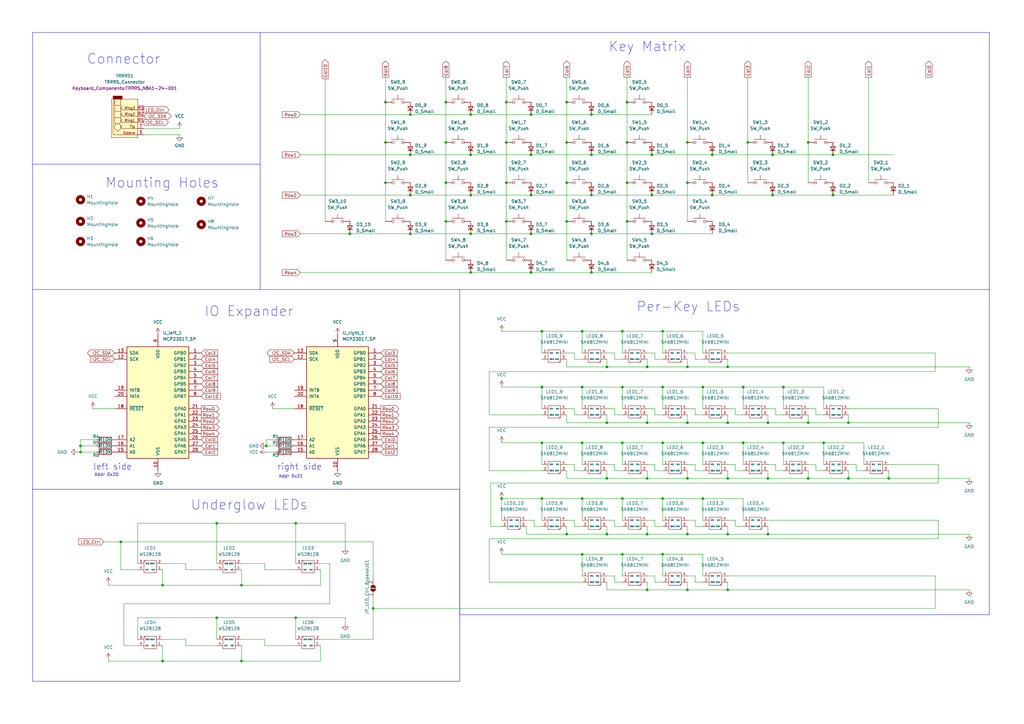
<source format=kicad_sch>
(kicad_sch (version 20231120) (generator "eeschema") (generator_version "8.0")
  (paper "A3")
  (junction (at 168.275 95.885))
  (junction (at 281.94 173.355))
  (junction (at 298.45 150.495))
  (junction (at 242.57 95.885))
  (junction (at 232.41 41.91))
  (junction (at 205.74 204.47))
  (junction (at 88.9 253.365))
  (junction (at 271.78 204.47))
  (junction (at 304.8 181.61))
  (junction (at 341.63 63.5))
  (junction (at 267.335 63.5))
  (junction (at 292.1 63.5))
  (junction (at 267.335 80.01))
  (junction (at 33.02 182.88))
  (junction (at 232.41 58.42))
  (junction (at 331.47 58.42))
  (junction (at 321.31 158.75))
  (junction (at 255.27 227.33))
  (junction (at 271.78 227.33))
  (junction (at 217.805 63.5))
  (junction (at 265.43 241.935))
  (junction (at 238.76 135.89))
  (junction (at 238.76 181.61))
  (junction (at 182.88 58.42))
  (junction (at 121.285 214.63))
  (junction (at 347.98 196.215))
  (junction (at 255.27 158.75))
  (junction (at 255.27 135.89))
  (junction (at 242.57 63.5))
  (junction (at 217.805 111.76))
  (junction (at 158.115 41.91))
  (junction (at 271.78 135.89))
  (junction (at 257.175 74.93))
  (junction (at 248.92 196.215))
  (junction (at 248.92 173.355))
  (junction (at 207.645 58.42))
  (junction (at 121.285 253.365))
  (junction (at 222.25 135.89))
  (junction (at 306.705 58.42))
  (junction (at 281.94 58.42))
  (junction (at 248.92 150.495))
  (junction (at 207.645 90.805))
  (junction (at 168.275 46.99))
  (junction (at 298.45 196.215))
  (junction (at 281.94 219.075))
  (junction (at 331.47 173.355))
  (junction (at 314.96 219.075))
  (junction (at 153.035 249.555))
  (junction (at 341.63 80.01))
  (junction (at 267.335 95.885))
  (junction (at 281.94 241.935))
  (junction (at 207.645 41.91))
  (junction (at 281.94 74.93))
  (junction (at 217.805 80.01))
  (junction (at 281.94 150.495))
  (junction (at 99.06 271.145))
  (junction (at 207.645 74.93))
  (junction (at 255.27 181.61))
  (junction (at 222.25 204.47))
  (junction (at 265.43 150.495))
  (junction (at 337.82 181.61))
  (junction (at 66.675 271.145))
  (junction (at 158.115 74.93))
  (junction (at 88.9 214.63))
  (junction (at 49.53 222.25))
  (junction (at 143.51 95.885))
  (junction (at 271.78 158.75))
  (junction (at 347.98 173.355))
  (junction (at 265.43 196.215))
  (junction (at 66.675 240.03))
  (junction (at 232.41 74.93))
  (junction (at 331.47 196.215))
  (junction (at 238.76 204.47))
  (junction (at 242.57 80.01))
  (junction (at 304.8 158.75))
  (junction (at 158.115 58.42))
  (junction (at 222.25 181.61))
  (junction (at 257.175 90.805))
  (junction (at 298.45 241.935))
  (junction (at 292.1 80.01))
  (junction (at 182.88 90.805))
  (junction (at 193.04 80.01))
  (junction (at 316.865 63.5))
  (junction (at 238.76 227.33))
  (junction (at 242.57 111.76))
  (junction (at 193.04 63.5))
  (junction (at 316.865 80.01))
  (junction (at 217.805 95.885))
  (junction (at 298.45 219.075))
  (junction (at 217.805 46.99))
  (junction (at 109.22 182.88))
  (junction (at 257.175 58.42))
  (junction (at 99.06 240.03))
  (junction (at 364.49 196.215))
  (junction (at 168.275 80.01))
  (junction (at 314.96 196.215))
  (junction (at 271.78 181.61))
  (junction (at 281.94 196.215))
  (junction (at 182.88 74.93))
  (junction (at 238.76 158.75))
  (junction (at 222.25 158.75))
  (junction (at 288.29 181.61))
  (junction (at 193.04 46.99))
  (junction (at 255.27 204.47))
  (junction (at 298.45 173.355))
  (junction (at 265.43 219.075))
  (junction (at 232.41 219.075))
  (junction (at 257.175 41.91))
  (junction (at 288.29 204.47))
  (junction (at 33.02 185.42))
  (junction (at 314.96 173.355))
  (junction (at 321.31 181.61))
  (junction (at 193.04 95.885))
  (junction (at 265.43 173.355))
  (junction (at 242.57 46.99))
  (junction (at 182.88 41.91))
  (junction (at 232.41 90.805))
  (junction (at 193.04 111.76))
  (junction (at 288.29 158.75))
  (junction (at 248.92 219.075))
  (junction (at 168.275 63.5))
  (wire (pts (xy 66.675 271.145) (xy 99.06 271.145)))
  (wire (pts (xy 314.96 196.215) (xy 331.47 196.215)))
  (wire (pts (xy 131.445 262.255) (xy 153.035 262.255)))
  (wire (pts (xy 331.47 167.64) (xy 334.645 167.64)))
  (polyline (pts (xy 13.335 200.66) (xy 188.595 200.66)))
  (wire (pts (xy 383.54 249.555) (xy 153.035 249.555)))
  (wire (pts (xy 288.29 158.75) (xy 288.29 167.64)))
  (wire (pts (xy 288.29 236.22) (xy 288.29 227.33)))
  (wire (pts (xy 238.76 238.76) (xy 200.66 238.76)))
  (wire (pts (xy 301.625 167.64) (xy 301.625 170.18)))
  (wire (pts (xy 217.805 111.76) (xy 242.57 111.76)))
  (wire (pts (xy 292.1 63.5) (xy 316.865 63.5)))
  (wire (pts (xy 88.9 214.63) (xy 88.9 231.14)))
  (wire (pts (xy 200.66 220.98) (xy 384.81 220.98)))
  (wire (pts (xy 59.055 55.245) (xy 73.66 55.245)))
  (wire (pts (xy 235.585 147.32) (xy 238.76 147.32)))
  (wire (pts (xy 39.37 180.34) (xy 33.02 180.34)))
  (wire (pts (xy 56.515 214.63) (xy 88.9 214.63)))
  (wire (pts (xy 384.81 190.5) (xy 364.49 190.5)))
  (wire (pts (xy 238.76 135.89) (xy 255.27 135.89)))
  (wire (pts (xy 255.27 204.47) (xy 255.27 213.36)))
  (wire (pts (xy 66.675 231.14) (xy 76.2 231.14)))
  (wire (pts (xy 109.22 180.34) (xy 109.22 182.88)))
  (wire (pts (xy 108.585 262.255) (xy 108.585 264.795)))
  (wire (pts (xy 99.06 262.255) (xy 108.585 262.255)))
  (wire (pts (xy 121.285 253.365) (xy 121.285 262.255)))
  (wire (pts (xy 383.54 144.78) (xy 298.45 144.78)))
  (wire (pts (xy 257.175 41.91) (xy 257.175 58.42)))
  (wire (pts (xy 292.1 80.01) (xy 316.865 80.01)))
  (wire (pts (xy 265.43 193.04) (xy 265.43 196.215)))
  (wire (pts (xy 341.63 63.5) (xy 366.395 63.5)))
  (wire (pts (xy 364.49 196.215) (xy 397.51 196.215)))
  (wire (pts (xy 205.74 158.75) (xy 222.25 158.75)))
  (wire (pts (xy 271.78 158.75) (xy 288.29 158.75)))
  (wire (pts (xy 285.115 190.5) (xy 285.115 193.04)))
  (wire (pts (xy 347.98 196.215) (xy 364.49 196.215)))
  (wire (pts (xy 304.8 158.75) (xy 304.8 167.64)))
  (wire (pts (xy 66.675 233.68) (xy 66.675 240.03)))
  (wire (pts (xy 111.76 167.64) (xy 120.65 167.64)))
  (wire (pts (xy 301.625 190.5) (xy 301.625 193.04)))
  (wire (pts (xy 301.625 193.04) (xy 304.8 193.04)))
  (wire (pts (xy 304.8 204.47) (xy 304.8 213.36)))
  (wire (pts (xy 351.155 193.04) (xy 354.33 193.04)))
  (wire (pts (xy 217.805 95.885) (xy 242.57 95.885)))
  (wire (pts (xy 347.98 190.5) (xy 351.155 190.5)))
  (wire (pts (xy 153.035 237.49) (xy 153.035 222.25)))
  (wire (pts (xy 242.57 95.885) (xy 267.335 95.885)))
  (wire (pts (xy 281.94 215.9) (xy 281.94 219.075)))
  (wire (pts (xy 268.605 144.78) (xy 268.605 147.32)))
  (wire (pts (xy 384.81 167.64) (xy 347.98 167.64)))
  (polyline (pts (xy 405.765 13.335) (xy 405.765 252.095)))
  (wire (pts (xy 235.585 213.36) (xy 235.585 215.9)))
  (wire (pts (xy 248.92 241.935) (xy 265.43 241.935)))
  (wire (pts (xy 265.43 219.075) (xy 281.94 219.075)))
  (wire (pts (xy 248.92 236.22) (xy 252.095 236.22)))
  (wire (pts (xy 271.78 181.61) (xy 288.29 181.61)))
  (wire (pts (xy 314.96 215.9) (xy 314.96 219.075)))
  (wire (pts (xy 219.075 213.36) (xy 219.075 215.9)))
  (wire (pts (xy 268.605 238.76) (xy 271.78 238.76)))
  (wire (pts (xy 76.2 233.68) (xy 88.9 233.68)))
  (wire (pts (xy 337.82 158.75) (xy 337.82 167.64)))
  (wire (pts (xy 281.94 193.04) (xy 281.94 196.215)))
  (wire (pts (xy 66.675 262.255) (xy 76.2 262.255)))
  (polyline (pts (xy 188.595 279.4) (xy 13.335 279.4)))
  (wire (pts (xy 281.94 238.76) (xy 281.94 241.935)))
  (wire (pts (xy 288.29 190.5) (xy 288.29 181.61)))
  (wire (pts (xy 271.78 190.5) (xy 271.78 181.61)))
  (wire (pts (xy 252.095 167.64) (xy 252.095 170.18)))
  (wire (pts (xy 108.585 231.14) (xy 108.585 233.68)))
  (wire (pts (xy 217.805 80.01) (xy 242.57 80.01)))
  (wire (pts (xy 351.155 190.5) (xy 351.155 193.04)))
  (wire (pts (xy 384.81 198.12) (xy 384.81 190.5)))
  (wire (pts (xy 42.545 222.25) (xy 49.53 222.25)))
  (wire (pts (xy 232.41 173.355) (xy 248.92 173.355)))
  (wire (pts (xy 248.92 196.215) (xy 265.43 196.215)))
  (wire (pts (xy 321.31 190.5) (xy 321.31 181.61)))
  (wire (pts (xy 248.92 215.9) (xy 248.92 219.075)))
  (wire (pts (xy 108.585 264.795) (xy 121.285 264.795)))
  (wire (pts (xy 242.57 111.76) (xy 267.335 111.76)))
  (wire (pts (xy 288.29 204.47) (xy 304.8 204.47)))
  (polyline (pts (xy 188.595 200.66) (xy 188.595 279.4)))
  (wire (pts (xy 232.41 90.805) (xy 232.41 106.68)))
  (wire (pts (xy 265.43 170.18) (xy 265.43 173.355)))
  (wire (pts (xy 50.8 247.65) (xy 135.255 247.65)))
  (wire (pts (xy 334.645 190.5) (xy 334.645 193.04)))
  (wire (pts (xy 66.675 240.03) (xy 99.06 240.03)))
  (wire (pts (xy 200.66 175.26) (xy 384.81 175.26)))
  (wire (pts (xy 222.25 181.61) (xy 238.76 181.61)))
  (wire (pts (xy 306.705 31.75) (xy 306.705 58.42)))
  (wire (pts (xy 248.92 213.36) (xy 252.095 213.36)))
  (wire (pts (xy 44.45 270.51) (xy 44.45 271.145)))
  (wire (pts (xy 248.92 193.04) (xy 248.92 196.215)))
  (wire (pts (xy 281.94 58.42) (xy 281.94 74.93)))
  (wire (pts (xy 285.115 236.22) (xy 285.115 238.76)))
  (wire (pts (xy 265.43 144.78) (xy 268.605 144.78)))
  (wire (pts (xy 281.94 190.5) (xy 285.115 190.5)))
  (polyline (pts (xy 13.335 13.335) (xy 13.335 200.66)))
  (wire (pts (xy 33.02 182.88) (xy 39.37 182.88)))
  (polyline (pts (xy 13.335 13.335) (xy 405.765 13.335)))
  (wire (pts (xy 33.02 180.34) (xy 33.02 182.88)))
  (wire (pts (xy 252.095 236.22) (xy 252.095 238.76)))
  (wire (pts (xy 285.115 170.18) (xy 288.29 170.18)))
  (wire (pts (xy 232.41 190.5) (xy 235.585 190.5)))
  (wire (pts (xy 193.04 46.99) (xy 217.805 46.99)))
  (wire (pts (xy 298.45 213.36) (xy 301.625 213.36)))
  (wire (pts (xy 238.76 158.75) (xy 255.27 158.75)))
  (wire (pts (xy 257.175 58.42) (xy 257.175 74.93)))
  (wire (pts (xy 281.94 150.495) (xy 298.45 150.495)))
  (wire (pts (xy 123.19 111.76) (xy 193.04 111.76)))
  (wire (pts (xy 265.43 241.935) (xy 281.94 241.935)))
  (wire (pts (xy 182.88 58.42) (xy 182.88 74.93)))
  (wire (pts (xy 215.9 219.075) (xy 232.41 219.075)))
  (wire (pts (xy 314.96 190.5) (xy 318.135 190.5)))
  (wire (pts (xy 265.43 238.76) (xy 265.43 241.935)))
  (wire (pts (xy 49.53 233.68) (xy 56.515 233.68)))
  (wire (pts (xy 168.275 95.885) (xy 193.04 95.885)))
  (wire (pts (xy 242.57 46.99) (xy 267.335 46.99)))
  (wire (pts (xy 50.8 247.65) (xy 50.8 264.795)))
  (wire (pts (xy 238.76 135.89) (xy 238.76 144.78)))
  (wire (pts (xy 205.74 181.61) (xy 222.25 181.61)))
  (wire (pts (xy 271.78 227.33) (xy 288.29 227.33)))
  (wire (pts (xy 182.88 41.91) (xy 182.88 58.42)))
  (wire (pts (xy 76.2 264.795) (xy 88.9 264.795)))
  (wire (pts (xy 248.92 167.64) (xy 252.095 167.64)))
  (wire (pts (xy 314.96 219.075) (xy 397.51 219.075)))
  (wire (pts (xy 232.41 58.42) (xy 232.41 74.93)))
  (wire (pts (xy 248.92 170.18) (xy 248.92 173.355)))
  (wire (pts (xy 76.2 262.255) (xy 76.2 264.795)))
  (wire (pts (xy 131.445 231.14) (xy 135.255 231.14)))
  (wire (pts (xy 257.175 74.93) (xy 257.175 90.805)))
  (polyline (pts (xy 13.335 200.66) (xy 13.335 279.4)))
  (wire (pts (xy 248.92 238.76) (xy 248.92 241.935)))
  (wire (pts (xy 331.47 170.18) (xy 331.47 173.355)))
  (wire (pts (xy 217.805 46.99) (xy 242.57 46.99)))
  (wire (pts (xy 207.645 41.91) (xy 207.645 58.42)))
  (wire (pts (xy 207.645 90.805) (xy 207.645 106.68)))
  (wire (pts (xy 255.27 158.75) (xy 255.27 167.64)))
  (wire (pts (xy 285.115 238.76) (xy 288.29 238.76)))
  (wire (pts (xy 301.625 213.36) (xy 301.625 215.9)))
  (wire (pts (xy 285.115 215.9) (xy 288.29 215.9)))
  (wire (pts (xy 331.47 31.75) (xy 331.47 58.42)))
  (wire (pts (xy 238.76 158.75) (xy 238.76 167.64)))
  (wire (pts (xy 318.135 190.5) (xy 318.135 193.04)))
  (wire (pts (xy 268.605 215.9) (xy 271.78 215.9)))
  (wire (pts (xy 255.27 135.89) (xy 271.78 135.89)))
  (wire (pts (xy 44.45 271.145) (xy 66.675 271.145)))
  (wire (pts (xy 281.94 196.215) (xy 298.45 196.215)))
  (wire (pts (xy 298.45 236.22) (xy 383.54 236.22)))
  (wire (pts (xy 267.335 63.5) (xy 292.1 63.5)))
  (wire (pts (xy 232.41 144.78) (xy 235.585 144.78)))
  (wire (pts (xy 334.645 167.64) (xy 334.645 170.18)))
  (wire (pts (xy 59.055 52.705) (xy 73.66 52.705)))
  (wire (pts (xy 168.275 80.01) (xy 193.04 80.01)))
  (wire (pts (xy 301.625 170.18) (xy 304.8 170.18)))
  (wire (pts (xy 285.115 144.78) (xy 285.115 147.32)))
  (wire (pts (xy 257.175 31.75) (xy 257.175 41.91)))
  (wire (pts (xy 255.27 204.47) (xy 271.78 204.47)))
  (wire (pts (xy 384.81 175.26) (xy 384.81 167.64)))
  (wire (pts (xy 44.45 239.395) (xy 44.45 240.03)))
  (wire (pts (xy 252.095 215.9) (xy 255.27 215.9)))
  (wire (pts (xy 207.645 58.42) (xy 207.645 74.93)))
  (wire (pts (xy 205.74 213.36) (xy 205.74 204.47)))
  (wire (pts (xy 222.25 135.89) (xy 238.76 135.89)))
  (wire (pts (xy 207.645 31.75) (xy 207.645 41.91)))
  (wire (pts (xy 298.45 215.9) (xy 298.45 219.075)))
  (wire (pts (xy 109.22 182.88) (xy 113.03 182.88)))
  (wire (pts (xy 201.295 198.12) (xy 384.81 198.12)))
  (wire (pts (xy 268.605 190.5) (xy 268.605 193.04)))
  (wire (pts (xy 219.075 215.9) (xy 222.25 215.9)))
  (wire (pts (xy 314.96 173.355) (xy 331.47 173.355)))
  (wire (pts (xy 285.115 193.04) (xy 288.29 193.04)))
  (wire (pts (xy 268.605 170.18) (xy 271.78 170.18)))
  (wire (pts (xy 182.88 31.115) (xy 182.88 41.91)))
  (wire (pts (xy 56.515 262.255) (xy 56.515 253.365)))
  (wire (pts (xy 38.1 167.64) (xy 46.99 167.64)))
  (wire (pts (xy 337.82 190.5) (xy 337.82 181.61)))
  (wire (pts (xy 235.585 190.5) (xy 235.585 193.04)))
  (wire (pts (xy 255.27 158.75) (xy 271.78 158.75)))
  (wire (pts (xy 285.115 147.32) (xy 288.29 147.32)))
  (wire (pts (xy 314.96 213.36) (xy 384.81 213.36)))
  (wire (pts (xy 133.35 32.385) (xy 133.35 90.805)))
  (wire (pts (xy 232.41 196.215) (xy 248.92 196.215)))
  (wire (pts (xy 331.47 190.5) (xy 334.645 190.5)))
  (wire (pts (xy 298.45 147.32) (xy 298.45 150.495)))
  (wire (pts (xy 88.9 253.365) (xy 121.285 253.365)))
  (wire (pts (xy 316.865 80.01) (xy 341.63 80.01)))
  (wire (pts (xy 268.605 213.36) (xy 268.605 215.9)))
  (wire (pts (xy 281.94 147.32) (xy 281.94 150.495)))
  (wire (pts (xy 356.235 31.75) (xy 356.235 74.93)))
  (wire (pts (xy 182.88 74.93) (xy 182.88 90.805)))
  (wire (pts (xy 222.25 190.5) (xy 222.25 181.61)))
  (wire (pts (xy 281.94 236.22) (xy 285.115 236.22)))
  (wire (pts (xy 232.41 213.36) (xy 235.585 213.36)))
  (wire (pts (xy 288.29 181.61) (xy 304.8 181.61)))
  (wire (pts (xy 33.02 182.88) (xy 33.02 185.42)))
  (wire (pts (xy 248.92 173.355) (xy 265.43 173.355)))
  (wire (pts (xy 257.175 90.805) (xy 257.175 106.68)))
  (wire (pts (xy 268.605 167.64) (xy 268.605 170.18)))
  (wire (pts (xy 33.02 185.42) (xy 39.37 185.42)))
  (wire (pts (xy 153.035 245.11) (xy 153.035 249.555)))
  (wire (pts (xy 232.41 215.9) (xy 232.41 219.075)))
  (wire (pts (xy 205.74 204.47) (xy 222.25 204.47)))
  (wire (pts (xy 193.04 95.885) (xy 217.805 95.885)))
  (polyline (pts (xy 188.595 252.095) (xy 188.595 118.745)))
  (wire (pts (xy 281.94 144.78) (xy 285.115 144.78)))
  (wire (pts (xy 347.98 170.18) (xy 347.98 173.355)))
  (wire (pts (xy 318.135 193.04) (xy 321.31 193.04)))
  (wire (pts (xy 99.06 240.03) (xy 131.445 240.03)))
  (wire (pts (xy 341.63 80.01) (xy 366.395 80.01)))
  (wire (pts (xy 200.66 170.18) (xy 222.25 170.18)))
  (wire (pts (xy 242.57 63.5) (xy 267.335 63.5)))
  (wire (pts (xy 265.43 196.215) (xy 281.94 196.215)))
  (wire (pts (xy 158.115 29.845) (xy 158.115 41.91)))
  (wire (pts (xy 232.41 147.32) (xy 232.41 150.495)))
  (wire (pts (xy 131.445 233.68) (xy 131.445 240.03)))
  (wire (pts (xy 238.76 204.47) (xy 238.76 213.36)))
  (wire (pts (xy 288.29 204.47) (xy 288.29 213.36)))
  (wire (pts (xy 268.605 193.04) (xy 271.78 193.04)))
  (wire (pts (xy 182.88 90.805) (xy 182.88 106.68)))
  (wire (pts (xy 121.285 214.63) (xy 121.285 231.14)))
  (wire (pts (xy 123.19 46.99) (xy 168.275 46.99)))
  (wire (pts (xy 331.47 58.42) (xy 331.47 74.93)))
  (wire (pts (xy 298.45 167.64) (xy 301.625 167.64)))
  (wire (pts (xy 217.805 63.5) (xy 242.57 63.5)))
  (wire (pts (xy 248.92 144.78) (xy 252.095 144.78)))
  (wire (pts (xy 268.605 147.32) (xy 271.78 147.32)))
  (wire (pts (xy 235.585 167.64) (xy 235.585 170.18)))
  (wire (pts (xy 281.94 241.935) (xy 298.45 241.935)))
  (wire (pts (xy 318.135 170.18) (xy 321.31 170.18)))
  (wire (pts (xy 304.8 158.75) (xy 321.31 158.75)))
  (wire (pts (xy 298.45 190.5) (xy 301.625 190.5)))
  (wire (pts (xy 222.25 193.04) (xy 200.66 193.04)))
  (wire (pts (xy 168.275 63.5) (xy 193.04 63.5)))
  (wire (pts (xy 321.31 181.61) (xy 337.82 181.61)))
  (wire (pts (xy 298.45 193.04) (xy 298.45 196.215)))
  (wire (pts (xy 252.095 170.18) (xy 255.27 170.18)))
  (wire (pts (xy 56.515 253.365) (xy 88.9 253.365)))
  (wire (pts (xy 207.645 74.93) (xy 207.645 90.805)))
  (wire (pts (xy 88.9 214.63) (xy 121.285 214.63)))
  (wire (pts (xy 153.035 249.555) (xy 153.035 262.255)))
  (wire (pts (xy 281.94 74.93) (xy 281.94 90.805)))
  (wire (pts (xy 252.095 238.76) (xy 255.27 238.76)))
  (wire (pts (xy 331.47 173.355) (xy 347.98 173.355)))
  (wire (pts (xy 331.47 193.04) (xy 331.47 196.215)))
  (wire (pts (xy 255.27 135.89) (xy 255.27 144.78)))
  (wire (pts (xy 271.78 135.89) (xy 271.78 144.78)))
  (wire (pts (xy 271.78 158.75) (xy 271.78 167.64)))
  (wire (pts (xy 222.25 158.75) (xy 238.76 158.75)))
  (wire (pts (xy 232.41 219.075) (xy 248.92 219.075)))
  (wire (pts (xy 232.41 170.18) (xy 232.41 173.355)))
  (wire (pts (xy 109.22 185.42) (xy 113.03 185.42)))
  (wire (pts (xy 235.585 215.9) (xy 238.76 215.9)))
  (wire (pts (xy 318.135 167.64) (xy 318.135 170.18)))
  (polyline (pts (xy 106.68 13.335) (xy 106.68 118.745)))
  (wire (pts (xy 123.19 95.885) (xy 143.51 95.885)))
  (wire (pts (xy 141.605 214.63) (xy 141.605 224.79)))
  (wire (pts (xy 193.04 111.76) (xy 217.805 111.76)))
  (wire (pts (xy 306.705 58.42) (xy 306.705 74.93)))
  (wire (pts (xy 265.43 147.32) (xy 265.43 150.495)))
  (wire (pts (xy 271.78 204.47) (xy 288.29 204.47)))
  (wire (pts (xy 331.47 196.215) (xy 347.98 196.215)))
  (wire (pts (xy 255.27 236.22) (xy 255.27 227.33)))
  (wire (pts (xy 200.66 193.04) (xy 200.66 175.26)))
  (wire (pts (xy 200.66 152.4) (xy 383.54 152.4)))
  (wire (pts (xy 88.9 253.365) (xy 88.9 262.255)))
  (wire (pts (xy 235.585 170.18) (xy 238.76 170.18)))
  (wire (pts (xy 383.54 152.4) (xy 383.54 144.78)))
  (wire (pts (xy 238.76 236.22) (xy 238.76 227.33)))
  (wire (pts (xy 222.25 204.47) (xy 238.76 204.47)))
  (wire (pts (xy 143.51 95.885) (xy 168.275 95.885)))
  (wire (pts (xy 200.66 238.76) (xy 200.66 220.98)))
  (wire (pts (xy 201.295 198.12) (xy 201.295 215.9)))
  (wire (pts (xy 193.04 63.5) (xy 217.805 63.5)))
  (wire (pts (xy 44.45 240.03) (xy 66.675 240.03)))
  (wire (pts (xy 66.675 264.795) (xy 66.675 271.145)))
  (wire (pts (xy 304.8 181.61) (xy 321.31 181.61)))
  (wire (pts (xy 383.54 236.22) (xy 383.54 249.555)))
  (wire (pts (xy 298.45 173.355) (xy 314.96 173.355)))
  (wire (pts (xy 232.41 41.91) (xy 232.41 58.42)))
  (wire (pts (xy 158.115 41.91) (xy 158.115 58.42)))
  (wire (pts (xy 298.45 150.495) (xy 397.51 150.495)))
  (wire (pts (xy 255.27 190.5) (xy 255.27 181.61)))
  (wire (pts (xy 99.06 264.795) (xy 99.06 271.145)))
  (wire (pts (xy 153.035 222.25) (xy 49.53 222.25)))
  (wire (pts (xy 255.27 227.33) (xy 271.78 227.33)))
  (wire (pts (xy 281.94 213.36) (xy 285.115 213.36)))
  (polyline (pts (xy 405.765 252.095) (xy 188.595 252.095)))
  (wire (pts (xy 121.285 253.365) (xy 141.605 253.365)))
  (wire (pts (xy 334.645 193.04) (xy 337.82 193.04)))
  (wire (pts (xy 314.96 193.04) (xy 314.96 196.215)))
  (wire (pts (xy 255.27 181.61) (xy 271.78 181.61)))
  (wire (pts (xy 298.45 219.075) (xy 314.96 219.075)))
  (wire (pts (xy 252.095 213.36) (xy 252.095 215.9)))
  (wire (pts (xy 232.41 193.04) (xy 232.41 196.215)))
  (wire (pts (xy 265.43 190.5) (xy 268.605 190.5)))
  (wire (pts (xy 238.76 227.33) (xy 255.27 227.33)))
  (wire (pts (xy 232.41 167.64) (xy 235.585 167.64)))
  (wire (pts (xy 141.605 253.365) (xy 141.605 255.905)))
  (wire (pts (xy 285.115 213.36) (xy 285.115 215.9)))
  (wire (pts (xy 337.82 181.61) (xy 354.33 181.61)))
  (wire (pts (xy 235.585 144.78) (xy 235.585 147.32)))
  (wire (pts (xy 281.94 167.64) (xy 285.115 167.64)))
  (wire (pts (xy 288.29 135.89) (xy 288.29 144.78)))
  (polyline (pts (xy 13.335 118.745) (xy 405.765 118.745)))
  (wire (pts (xy 50.8 264.795) (xy 56.515 264.795)))
  (wire (pts (xy 232.41 31.75) (xy 232.41 41.91)))
  (wire (pts (xy 267.335 95.885) (xy 292.1 95.885)))
  (wire (pts (xy 281.94 170.18) (xy 281.94 173.355)))
  (wire (pts (xy 298.45 238.76) (xy 298.45 241.935)))
  (wire (pts (xy 271.78 204.47) (xy 271.78 213.36)))
  (wire (pts (xy 265.43 236.22) (xy 268.605 236.22)))
  (wire (pts (xy 281.94 219.075) (xy 298.45 219.075)))
  (wire (pts (xy 347.98 193.04) (xy 347.98 196.215)))
  (wire (pts (xy 314.96 167.64) (xy 318.135 167.64)))
  (wire (pts (xy 252.095 147.32) (xy 255.27 147.32)))
  (wire (pts (xy 252.095 193.04) (xy 255.27 193.04)))
  (wire (pts (xy 364.49 193.04) (xy 364.49 196.215)))
  (wire (pts (xy 123.19 63.5) (xy 168.275 63.5)))
  (wire (pts (xy 222.25 135.89) (xy 222.25 144.78)))
  (wire (pts (xy 232.41 74.93) (xy 232.41 90.805)))
  (wire (pts (xy 238.76 181.61) (xy 255.27 181.61)))
  (wire (pts (xy 321.31 158.75) (xy 321.31 167.64)))
  (wire (pts (xy 238.76 190.5) (xy 238.76 181.61)))
  (wire (pts (xy 304.8 190.5) (xy 304.8 181.61)))
  (wire (pts (xy 222.25 204.47) (xy 222.25 213.36)))
  (wire (pts (xy 76.2 231.14) (xy 76.2 233.68)))
  (wire (pts (xy 215.9 215.9) (xy 215.9 219.075)))
  (wire (pts (xy 354.33 190.5) (xy 354.33 181.61)))
  (wire (pts (xy 135.255 231.14) (xy 135.255 247.65)))
  (wire (pts (xy 281.94 173.355) (xy 298.45 173.355)))
  (wire (pts (xy 123.19 80.01) (xy 168.275 80.01)))
  (wire (pts (xy 205.74 215.9) (xy 201.295 215.9)))
  (wire (pts (xy 49.53 222.25) (xy 49.53 233.68)))
  (wire (pts (xy 334.645 170.18) (xy 337.82 170.18)))
  (wire (pts (xy 248.92 190.5) (xy 252.095 190.5)))
  (wire (pts (xy 252.095 190.5) (xy 252.095 193.04)))
  (wire (pts (xy 158.115 74.93) (xy 158.115 90.805)))
  (wire (pts (xy 238.76 204.47) (xy 255.27 204.47)))
  (wire (pts (xy 265.43 167.64) (xy 268.605 167.64)))
  (wire (pts (xy 265.43 213.36) (xy 268.605 213.36)))
  (wire (pts (xy 215.9 213.36) (xy 219.075 213.36)))
  (wire (pts (xy 314.96 170.18) (xy 314.96 173.355)))
  (wire (pts (xy 248.92 147.32) (xy 248.92 150.495)))
  (wire (pts (xy 298.45 196.215) (xy 314.96 196.215)))
  (wire (pts (xy 252.095 144.78) (xy 252.095 147.32)))
  (wire (pts (xy 265.43 173.355) (xy 281.94 173.355)))
  (wire (pts (xy 301.625 215.9) (xy 304.8 215.9)))
  (wire (pts (xy 158.115 58.42) (xy 158.115 74.93)))
  (wire (pts (xy 200.66 170.18) (xy 200.66 152.4)))
  (wire (pts (xy 235.585 193.04) (xy 238.76 193.04)))
  (wire (pts (xy 298.45 170.18) (xy 298.45 173.355)))
  (wire (pts (xy 99.06 231.14) (xy 108.585 231.14)))
  (wire (pts (xy 265.43 150.495) (xy 281.94 150.495)))
  (wire (pts (xy 298.45 241.935) (xy 397.51 241.935)))
  (wire (pts (xy 316.865 63.5) (xy 341.63 63.5)))
  (polyline (pts (xy 13.335 67.31) (xy 106.68 67.31)))
  (wire (pts (xy 281.94 31.75) (xy 281.94 58.42)))
  (wire (pts (xy 321.31 158.75) (xy 337.82 158.75)))
  (wire (pts (xy 242.57 80.01) (xy 267.335 80.01)))
  (wire (pts (xy 99.06 233.68) (xy 99.06 240.03)))
  (wire (pts (xy 347.98 173.355) (xy 397.51 173.355)))
  (wire (pts (xy 56.515 231.14) (xy 56.515 214.63)))
  (wire (pts (xy 268.605 236.22) (xy 268.605 238.76)))
  (wire (pts (xy 168.275 46.99) (xy 193.04 46.99)))
  (wire (pts (xy 113.03 180.34) (xy 109.22 180.34)))
  (wire (pts (xy 271.78 135.89) (xy 288.29 135.89)))
  (wire (pts (xy 108.585 233.68) (xy 121.285 233.68)))
  (wire (pts (xy 131.445 264.795) (xy 131.445 271.145)))
  (wire (pts (xy 193.04 80.01) (xy 217.805 80.01)))
  (wire (pts (xy 248.92 150.495) (xy 265.43 150.495)))
  (wire (pts (xy 121.285 214.63) (xy 141.605 214.63)))
  (wire (pts (xy 205.74 135.89) (xy 222.25 135.89)))
  (wire (pts (xy 271.78 236.22) (xy 271.78 227.33)))
  (wire (pts (xy 288.29 158.75) (xy 304.8 158.75)))
  (wire (pts (xy 205.74 227.33) (xy 238.76 227.33)))
  (wire (pts (xy 285.115 167.64) (xy 285.115 170.18)))
  (wire (pts (xy 248.92 219.075) (xy 265.43 219.075)))
  (wire (pts (xy 384.81 213.36) (xy 384.81 220.98)))
  (wire (pts (xy 267.335 80.01) (xy 292.1 80.01)))
  (wire (pts (xy 232.41 150.495) (xy 248.92 150.495)))
  (wire (pts (xy 31.75 185.42) (xy 33.02 185.42)))
  (wire (pts (xy 99.06 271.145) (xy 131.445 271.145)))
  (wire (pts (xy 265.43 215.9) (xy 265.43 219.075)))
  (wire (pts (xy 222.25 158.75) (xy 222.25 167.64)))
  (text "left side" (at 38.1 193.04 0) (effects (font (size 2.5 2.5)) (justify left bottom)))
  (text "IO Expander" (at 83.82 130.175 0) (effects (font (size 4 4)) (justify left bottom)))
  (text "Mounting Holes" (at 43.18 77.47 0) (effects (font (size 4 4)) (justify left bottom)))
  (text "right side" (at 113.665 193.04 0) (effects (font (size 2.5 2.5)) (justify left bottom)))
  (text "Underglow LEDs" (at 78.105 209.55 0) (effects (font (size 4 4)) (justify left bottom)))
  (text "Connector" (at 35.56 26.67 0) (effects (font (size 4 4)) (justify left bottom)))
  (text "Addr 0x20" (at 38.735 195.58 0) (effects (font (size 1.27 1.27)) (justify left bottom)))
  (text "Key Matrix" (at 249.555 21.59 0) (effects (font (size 4 4)) (justify left bottom)))
  (text "Addr 0x21" (at 114.3 196.215 0) (effects (font (size 1.27 1.27)) (justify left bottom)))
  (text "Per-Key LEDs" (at 260.985 128.27 0) (effects (font (size 4 4)) (justify left bottom)))
  (global_label "Col7" (shape input) (at 82.55 154.94 0) (property "Intersheetrefs" "${INTERSHEET_REFS}" (effects (hide yes))))
  (global_label "I2C_SCL" (shape input) (at 46.99 147.32 180) (property "Intersheetrefs" "${INTERSHEET_REFS}" (effects (hide yes))))
  (global_label "Col2" (shape output) (at 331.47 31.75 90) (property "Intersheetrefs" "${INTERSHEET_REFS}" (effects (hide yes))))
  (global_label "Row3" (shape output) (at 82.55 175.26 0) (property "Intersheetrefs" "${INTERSHEET_REFS}" (effects (hide yes))))
  (global_label "Col8" (shape input) (at 156.21 157.48 0) (property "Intersheetrefs" "${INTERSHEET_REFS}" (effects (hide yes))))
  (global_label "Row2" (shape output) (at 82.55 172.72 0) (property "Intersheetrefs" "${INTERSHEET_REFS}" (effects (hide yes))))
  (global_label "Row2" (shape input) (at 123.19 80.01 180) (property "Intersheetrefs" "${INTERSHEET_REFS}" (effects (hide yes))))
  (global_label "Col5" (shape output) (at 257.175 31.75 90) (property "Intersheetrefs" "${INTERSHEET_REFS}" (effects (hide yes))))
  (global_label "Col8" (shape input) (at 82.55 157.48 0) (property "Intersheetrefs" "${INTERSHEET_REFS}" (effects (hide yes))))
  (global_label "Col0" (shape output) (at 381 31.75 90) (property "Intersheetrefs" "${INTERSHEET_REFS}" (effects (hide yes))))
  (global_label "Row1" (shape output) (at 156.21 170.18 0) (property "Intersheetrefs" "${INTERSHEET_REFS}" (effects (hide yes))))
  (global_label "Col6" (shape input) (at 156.21 152.4 0) (property "Intersheetrefs" "${INTERSHEET_REFS}" (effects (hide yes))))
  (global_label "I2C_SDA" (shape bidirectional) (at 46.99 144.78 180) (property "Intersheetrefs" "${INTERSHEET_REFS}" (effects (hide yes))))
  (global_label "Row4" (shape input) (at 123.19 111.76 180) (property "Intersheetrefs" "${INTERSHEET_REFS}" (effects (hide yes))))
  (global_label "Col4" (shape output) (at 281.94 31.75 90) (property "Intersheetrefs" "${INTERSHEET_REFS}" (effects (hide yes))))
  (global_label "Col9" (shape input) (at 156.21 160.02 0) (property "Intersheetrefs" "${INTERSHEET_REFS}" (effects (hide yes))))
  (global_label "Col7" (shape input) (at 156.21 154.94 0) (property "Intersheetrefs" "${INTERSHEET_REFS}" (effects (hide yes))))
  (global_label "I2C_SCL" (shape output) (at 59.055 50.165 0) (property "Intersheetrefs" "${INTERSHEET_REFS}" (effects (hide yes))))
  (global_label "Row2" (shape output) (at 156.21 172.72 0) (property "Intersheetrefs" "${INTERSHEET_REFS}" (effects (hide yes))))
  (global_label "Col4" (shape input) (at 82.55 147.32 0) (property "Intersheetrefs" "${INTERSHEET_REFS}" (effects (hide yes))))
  (global_label "Col10" (shape output) (at 133.35 32.385 90) (property "Intersheetrefs" "${INTERSHEET_REFS}" (effects (hide yes))))
  (global_label "Col3" (shape input) (at 82.55 144.78 0) (property "Intersheetrefs" "${INTERSHEET_REFS}" (effects (hide yes))))
  (global_label "Row3" (shape output) (at 156.21 175.26 0) (property "Intersheetrefs" "${INTERSHEET_REFS}" (effects (hide yes))))
  (global_label "Col5" (shape input) (at 156.21 149.86 0) (property "Intersheetrefs" "${INTERSHEET_REFS}" (effects (hide yes))))
  (global_label "I2C_SCL" (shape input) (at 120.65 147.32 180) (property "Intersheetrefs" "${INTERSHEET_REFS}" (effects (hide yes))))
  (global_label "Col0" (shape input) (at 156.21 180.34 0) (property "Intersheetrefs" "${INTERSHEET_REFS}" (effects (hide yes))))
  (global_label "LED_Ctrl" (shape input) (at 42.545 222.25 180) (property "Intersheetrefs" "${INTERSHEET_REFS}" (effects (hide yes))))
  (global_label "Row1" (shape input) (at 123.19 63.5 180) (property "Intersheetrefs" "${INTERSHEET_REFS}" (effects (hide yes))))
  (global_label "Col6" (shape input) (at 82.55 152.4 0) (property "Intersheetrefs" "${INTERSHEET_REFS}" (effects (hide yes))))
  (global_label "Col3" (shape input) (at 156.21 144.78 0) (property "Intersheetrefs" "${INTERSHEET_REFS}" (effects (hide yes))))
  (global_label "Col4" (shape input) (at 156.21 147.32 0) (property "Intersheetrefs" "${INTERSHEET_REFS}" (effects (hide yes))))
  (global_label "Row0" (shape input) (at 123.19 46.99 180) (property "Intersheetrefs" "${INTERSHEET_REFS}" (effects (hide yes))))
  (global_label "Col2" (shape input) (at 82.55 185.42 0) (property "Intersheetrefs" "${INTERSHEET_REFS}" (effects (hide yes))))
  (global_label "Col1" (shape input) (at 82.55 182.88 0) (property "Intersheetrefs" "${INTERSHEET_REFS}" (effects (hide yes))))
  (global_label "Col10" (shape input) (at 156.21 162.56 0) (property "Intersheetrefs" "${INTERSHEET_REFS}" (effects (hide yes))))
  (global_label "Row3" (shape input) (at 123.19 95.885 180) (property "Intersheetrefs" "${INTERSHEET_REFS}" (effects (hide yes))))
  (global_label "Row1" (shape output) (at 82.55 170.18 0) (property "Intersheetrefs" "${INTERSHEET_REFS}" (effects (hide yes))))
  (global_label "Row4" (shape output) (at 156.21 177.8 0) (property "Intersheetrefs" "${INTERSHEET_REFS}" (effects (hide yes))))
  (global_label "Col1" (shape output) (at 356.235 31.75 90) (property "Intersheetrefs" "${INTERSHEET_REFS}" (effects (hide yes))))
  (global_label "Col7" (shape output) (at 207.645 31.75 90) (property "Intersheetrefs" "${INTERSHEET_REFS}" (effects (hide yes))))
  (global_label "Col2" (shape input) (at 156.21 185.42 0) (property "Intersheetrefs" "${INTERSHEET_REFS}" (effects (hide yes))))
  (global_label "Col5" (shape input) (at 82.55 149.86 0) (property "Intersheetrefs" "${INTERSHEET_REFS}" (effects (hide yes))))
  (global_label "Col1" (shape input) (at 156.21 182.88 0) (property "Intersheetrefs" "${INTERSHEET_REFS}" (effects (hide yes))))
  (global_label "Col0" (shape input) (at 82.55 180.34 0) (property "Intersheetrefs" "${INTERSHEET_REFS}" (effects (hide yes))))
  (global_label "LED_Ctrl" (shape output) (at 59.055 45.085 0) (property "Intersheetrefs" "${INTERSHEET_REFS}" (effects (hide yes))))
  (global_label "I2C_SDA" (shape bidirectional) (at 59.055 47.625 0) (property "Intersheetrefs" "${INTERSHEET_REFS}" (effects (hide yes))))
  (global_label "Row0" (shape output) (at 82.55 167.64 0) (property "Intersheetrefs" "${INTERSHEET_REFS}" (effects (hide yes))))
  (global_label "Col3" (shape output) (at 306.705 31.75 90) (property "Intersheetrefs" "${INTERSHEET_REFS}" (effects (hide yes))))
  (global_label "Col8" (shape output) (at 182.88 31.75 90) (property "Intersheetrefs" "${INTERSHEET_REFS}" (effects (hide yes))))
  (global_label "Col10" (shape input) (at 82.55 162.56 0) (property "Intersheetrefs" "${INTERSHEET_REFS}" (effects (hide yes))))
  (global_label "I2C_SDA" (shape bidirectional) (at 120.65 144.78 180) (property "Intersheetrefs" "${INTERSHEET_REFS}" (effects (hide yes))))
  (global_label "Col9" (shape output) (at 158.115 31.75 90) (property "Intersheetrefs" "${INTERSHEET_REFS}" (effects (hide yes))))
  (global_label "Row4" (shape output) (at 82.55 177.8 0) (property "Intersheetrefs" "${INTERSHEET_REFS}" (effects (hide yes))))
  (global_label "Col6" (shape output) (at 232.41 31.75 90) (property "Intersheetrefs" "${INTERSHEET_REFS}" (effects (hide yes))))
  (global_label "Col9" (shape input) (at 82.55 160.02 0) (property "Intersheetrefs" "${INTERSHEET_REFS}" (effects (hide yes))))
  (global_label "Row0" (shape output) (at 156.21 167.64 0) (property "Intersheetrefs" "${INTERSHEET_REFS}" (effects (hide yes))))
  (symbol (lib_id "Device:R") (at 43.18 180.34 90) (unit 1)
    (property "Reference" "R4" (at 39.37 179.07 90))
    (property "Value" "R10K" (at 43.18 180.34 90))
    (property "Footprint" "Resistor_SMD:R_0805_2012Metric_Pad1.20x1.40mm_HandSolder" (effects (hide yes)))
  )
  (symbol (lib_id "Device:R") (at 43.18 185.42 90) (unit 1)
    (property "Reference" "R6" (at 39.37 186.69 90))
    (property "Value" "R10K" (at 43.18 185.42 90))
    (property "Footprint" "Resistor_SMD:R_0805_2012Metric_Pad1.20x1.40mm_HandSolder" (effects (hide yes)))
  )
  (symbol (lib_id "power:VCC") (at 64.77 137.16 0) (unit 1)
    (property "Reference" "#PWR0125" (effects (hide yes)))
    (property "Value" "VCC" (at 64.77 132.08 0))
  )
  (symbol (lib_id "Mechanical:MountingHole") (at 57.785 99.06 0) (unit 1)
    (property "Reference" "H6" (at 60.325 97.7899 0) (effects (justify left)))
    (property "Value" "MountingHole" (at 60.325 100.3299 0) (effects (justify left)))
    (property "Footprint" "Keyboard_Components:Throughhole_Standoff" (effects (hide yes)))
  )
  (symbol (lib_id "Device:D_Small") (at 168.275 93.345 90) (unit 1)
    (property "Reference" "D3_9" (at 170.18 92.0749 90) (effects (justify right)))
    (property "Value" "D_Small" (at 170.18 94.6149 90) (effects (justify right)))
    (property "Footprint" "Keyboard_Components:Diode_SMD_Round_Pads" (effects (hide yes)))
  )
  (symbol (lib_id "Switch:SW_Push") (at 212.725 58.42 0) (unit 1)
    (property "Reference" "SW1_7" (at 212.725 50.165 0))
    (property "Value" "SW_Push" (at 212.725 52.705 0))
    (property "Footprint" "Switch_Footprints:MX_lss_100U_doubleSided" (effects (hide yes)))
  )
  (symbol (lib_id "Keyboard_Components:RGB_LED") (at 93.98 232.41 0) (unit 1)
    (property "Reference" "LED2" (at 93.98 224.79 0))
    (property "Value" "WS2812B" (at 93.98 227.33 0))
    (property "Footprint" "Keyboard_Components:WS2812B_doublesided" (effects (hide yes)))
    (property "Datasheet" "https://cdn-shop.adafruit.com/datasheets/WS2812B.pdf" (effects (hide yes)))
  )
  (symbol (lib_id "Device:R") (at 116.84 185.42 90) (unit 1)
    (property "Reference" "R3" (at 113.03 186.69 90))
    (property "Value" "R10K" (at 116.84 185.42 90))
    (property "Footprint" "Resistor_SMD:R_0805_2012Metric_Pad1.20x1.40mm_HandSolder" (effects (hide yes)))
  )
  (symbol (lib_id "power:GND") (at 31.75 185.42 270) (unit 1)
    (property "Reference" "#PWR0124" (effects (hide yes)))
    (property "Value" "GND" (at 23.495 185.42 90) (effects (justify left)))
  )
  (symbol (lib_id "Switch:SW_Push") (at 287.02 90.805 0) (unit 1)
    (property "Reference" "SW3_4" (at 287.02 82.55 0))
    (property "Value" "SW_Push" (at 287.02 85.09 0))
    (property "Footprint" "Switch_Footprints:MX_lss_100U_doubleSided" (effects (hide yes)))
  )
  (symbol (lib_id "Device:D_Small") (at 193.04 60.96 90) (unit 1)
    (property "Reference" "D1_8" (at 195.58 59.6899 90) (effects (justify right)))
    (property "Value" "D_Small" (at 195.58 62.2299 90) (effects (justify right)))
    (property "Footprint" "Keyboard_Components:Diode_SMD_Round_Pads" (effects (hide yes)))
  )
  (symbol (lib_id "power:GND") (at 397.51 150.495 0) (unit 1)
    (property "Reference" "#PWR0107" (effects (hide yes)))
    (property "Value" "GND" (at 397.51 155.575 0))
  )
  (symbol (lib_id "power:VCC") (at 73.66 52.705 0) (unit 1)
    (property "Reference" "#PWR0112" (effects (hide yes)))
    (property "Value" "VCC" (at 73.66 47.625 0))
  )
  (symbol (lib_id "Keyboard_Components:TRRRS_Connector") (at 56.515 52.705 180) (unit 1)
    (property "Reference" "TRRRS1" (at 51.1175 31.115 0))
    (property "Value" "TRRRS_Connector" (at 51.1175 33.655 0))
    (property "Footprint" "Keyboard_Components:TRRRS_NBA1-24-001" (at 51.1175 36.195 0))
  )
  (symbol (lib_id "power:GND") (at 138.43 193.04 0) (unit 1)
    (property "Reference" "#PWR0123" (effects (hide yes)))
    (property "Value" "GND" (at 138.43 198.12 0))
  )
  (symbol (lib_id "power:VCC") (at 205.74 204.47 0) (unit 1)
    (property "Reference" "#PWR0108" (effects (hide yes)))
    (property "Value" "VCC" (at 205.74 199.39 0))
  )
  (symbol (lib_id "power:GND") (at 64.77 193.04 0) (unit 1)
    (property "Reference" "#PWR0113" (effects (hide yes)))
    (property "Value" "GND" (at 64.77 198.12 0))
  )
  (symbol (lib_id "Device:D_Small") (at 267.335 93.345 90) (unit 1)
    (property "Reference" "D3_5" (at 269.24 92.0749 90) (effects (justify right)))
    (property "Value" "D_Small" (at 269.24 94.6149 90) (effects (justify right)))
    (property "Footprint" "Keyboard_Components:Diode_SMD_Round_Pads" (effects (hide yes)))
  )
  (symbol (lib_id "Mechanical:MountingHole") (at 82.55 92.075 0) (unit 1)
    (property "Reference" "H8" (at 85.09 90.8049 0) (effects (justify left)))
    (property "Value" "MountingHole" (at 85.09 93.3449 0) (effects (justify left)))
    (property "Footprint" "Keyboard_Components:Throughhole_Standoff" (effects (hide yes)))
  )
  (symbol (lib_id "power:VCC") (at 138.43 137.16 0) (unit 1)
    (property "Reference" "#PWR0122" (effects (hide yes)))
    (property "Value" "VCC" (at 138.43 132.08 0))
  )
  (symbol (lib_id "Switch:SW_Push") (at 212.725 106.68 0) (unit 1)
    (property "Reference" "SW4_7" (at 212.725 98.425 0))
    (property "Value" "SW_Push" (at 212.725 100.965 0))
    (property "Footprint" "Switch_Footprints:MX_lss_100U_doubleSided" (effects (hide yes)))
  )
  (symbol (lib_id "Keyboard_Components:RGB_LED") (at 276.86 237.49 180) (unit 1)
    (property "Reference" "LED4_6" (at 276.86 229.235 0))
    (property "Value" "SK6812MINI" (at 276.86 231.775 0))
    (property "Footprint" "Keyboard_Components:SK6812MiniE_MX_Addon" (effects (hide yes)))
    (property "Datasheet" "https://cdn-shop.adafruit.com/product-files/2686/SK6812MINI_REV.01-1-2.pdf" (effects (hide yes)))
  )
  (symbol (lib_id "Device:D_Small") (at 267.335 60.96 90) (unit 1)
    (property "Reference" "D1_5" (at 269.24 59.6899 90) (effects (justify right)))
    (property "Value" "D_Small" (at 269.24 62.2299 90) (effects (justify right)))
    (property "Footprint" "Keyboard_Components:Diode_SMD_Round_Pads" (effects (hide yes)))
  )
  (symbol (lib_id "Switch:SW_Push") (at 187.96 41.91 0) (unit 1)
    (property "Reference" "SW0_8" (at 187.96 33.655 0))
    (property "Value" "SW_Push" (at 187.96 36.195 0))
    (property "Footprint" "Switch_Footprints:MX_lss_100U_doubleSided" (effects (hide yes)))
  )
  (symbol (lib_id "power:VCC") (at 44.45 239.395 0) (unit 1)
    (property "Reference" "#PWR0117" (effects (hide yes)))
    (property "Value" "VCC" (at 44.45 234.315 0))
  )
  (symbol (lib_id "Switch:SW_Push") (at 336.55 74.93 0) (unit 1)
    (property "Reference" "SW2_2" (at 336.55 66.675 0))
    (property "Value" "SW_Push" (at 336.55 69.215 0))
    (property "Footprint" "Switch_Footprints:MX_lss_100U_doubleSided" (effects (hide yes)))
  )
  (symbol (lib_id "Keyboard_Components:RGB_LED") (at 359.41 191.77 180) (unit 1)
    (property "Reference" "LED2_1" (at 359.41 183.515 0))
    (property "Value" "SK6812MINI" (at 359.41 186.055 0))
    (property "Footprint" "Keyboard_Components:SK6812MiniE_MX_Addon" (effects (hide yes)))
    (property "Datasheet" "https://cdn-shop.adafruit.com/product-files/2686/SK6812MINI_REV.01-1-2.pdf" (effects (hide yes)))
  )
  (symbol (lib_id "Mechanical:MountingHole") (at 57.785 91.44 0) (unit 1)
    (property "Reference" "H5" (at 60.325 90.1699 0) (effects (justify left)))
    (property "Value" "MountingHole" (at 60.325 92.7099 0) (effects (justify left)))
    (property "Footprint" "Keyboard_Components:Throughhole_Standoff" (effects (hide yes)))
  )
  (symbol (lib_id "Switch:SW_Push") (at 262.255 74.93 0) (unit 1)
    (property "Reference" "SW2_5" (at 262.255 66.675 0))
    (property "Value" "SW_Push" (at 262.255 69.215 0))
    (property "Footprint" "Switch_Footprints:MX_lss_100U_doubleSided" (effects (hide yes)))
  )
  (symbol (lib_id "Switch:SW_Push") (at 262.255 106.68 0) (unit 1)
    (property "Reference" "SW4_5" (at 262.255 98.425 0))
    (property "Value" "SW_Push" (at 262.255 100.965 0))
    (property "Footprint" "Switch_Footprints:MX_lss_100U_doubleSided" (effects (hide yes)))
  )
  (symbol (lib_id "Keyboard_Components:RGB_LED") (at 260.35 237.49 180) (unit 1)
    (property "Reference" "LED4_7" (at 260.35 229.235 0))
    (property "Value" "SK6812MINI" (at 260.35 231.775 0))
    (property "Footprint" "Keyboard_Components:SK6812MiniE_MX_Addon" (effects (hide yes)))
    (property "Datasheet" "https://cdn-shop.adafruit.com/product-files/2686/SK6812MINI_REV.01-1-2.pdf" (effects (hide yes)))
  )
  (symbol (lib_id "Keyboard_Components:RGB_LED") (at 276.86 214.63 180) (unit 1)
    (property "Reference" "LED3_6" (at 276.86 206.375 0))
    (property "Value" "SK6812MINI" (at 276.86 208.915 0))
    (property "Footprint" "Keyboard_Components:SK6812MiniE_MX_Addon" (effects (hide yes)))
    (property "Datasheet" "https://cdn-shop.adafruit.com/product-files/2686/SK6812MINI_REV.01-1-2.pdf" (effects (hide yes)))
  )
  (symbol (lib_id "power:GND") (at 397.51 219.075 0) (unit 1)
    (property "Reference" "#PWR0103" (effects (hide yes)))
    (property "Value" "GND" (at 397.51 224.155 0))
  )
  (symbol (lib_id "Keyboard_Components:RGB_LED") (at 276.86 146.05 180) (unit 1)
    (property "Reference" "LED0_6" (at 276.86 137.795 0))
    (property "Value" "SK6812MINI" (at 276.86 140.335 0))
    (property "Footprint" "Keyboard_Components:SK6812MiniE_MX_Addon" (effects (hide yes)))
    (property "Datasheet" "https://cdn-shop.adafruit.com/product-files/2686/SK6812MINI_REV.01-1-2.pdf" (effects (hide yes)))
  )
  (symbol (lib_id "Keyboard_Components:RGB_LED") (at 227.33 146.05 180) (unit 1)
    (property "Reference" "LED0_9" (at 227.33 137.795 0))
    (property "Value" "SK6812MINI" (at 227.33 140.335 0))
    (property "Footprint" "Keyboard_Components:SK6812MiniE_MX_Addon" (effects (hide yes)))
    (property "Datasheet" "https://cdn-shop.adafruit.com/product-files/2686/SK6812MINI_REV.01-1-2.pdf" (effects (hide yes)))
  )
  (symbol (lib_id "power:VCC") (at 111.76 167.64 0) (unit 1)
    (property "Reference" "#PWR0120" (effects (hide yes)))
    (property "Value" "VCC" (at 111.76 162.56 0))
  )
  (symbol (lib_id "Device:D_Small") (at 242.57 60.96 90) (unit 1)
    (property "Reference" "D1_6" (at 245.11 59.6899 90) (effects (justify right)))
    (property "Value" "D_Small" (at 245.11 62.2299 90) (effects (justify right)))
    (property "Footprint" "Keyboard_Components:Diode_SMD_Round_Pads" (effects (hide yes)))
  )
  (symbol (lib_id "Keyboard_Components:RGB_LED") (at 309.88 168.91 180) (unit 1)
    (property "Reference" "LED1_4" (at 309.88 160.655 0))
    (property "Value" "SK6812MINI" (at 309.88 163.195 0))
    (property "Footprint" "Keyboard_Components:SK6812MiniE_MX_Addon" (effects (hide yes)))
    (property "Datasheet" "https://cdn-shop.adafruit.com/product-files/2686/SK6812MINI_REV.01-1-2.pdf" (effects (hide yes)))
  )
  (symbol (lib_id "Keyboard_Components:RGB_LED") (at 342.9 191.77 180) (unit 1)
    (property "Reference" "LED2_2" (at 342.9 183.515 0))
    (property "Value" "SK6812MINI" (at 342.9 186.055 0))
    (property "Footprint" "Keyboard_Components:SK6812MiniE_MX_Addon" (effects (hide yes)))
    (property "Datasheet" "https://cdn-shop.adafruit.com/product-files/2686/SK6812MINI_REV.01-1-2.pdf" (effects (hide yes)))
  )
  (symbol (lib_id "power:VCC") (at 205.74 135.89 0) (unit 1)
    (property "Reference" "#PWR0102" (effects (hide yes)))
    (property "Value" "VCC" (at 205.74 130.81 0))
  )
  (symbol (lib_id "Switch:SW_Push") (at 361.315 74.93 0) (unit 1)
    (property "Reference" "SW2_1" (at 361.315 66.675 0))
    (property "Value" "SW_Push" (at 361.315 69.215 0))
    (property "Footprint" "Switch_Footprints:MX_lss_100U_doubleSided" (effects (hide yes)))
  )
  (symbol (lib_id "Device:D_Small") (at 217.805 109.22 90) (unit 1)
    (property "Reference" "D4_7" (at 219.71 107.9499 90) (effects (justify right)))
    (property "Value" "D_Small" (at 219.71 110.4899 90) (effects (justify right)))
    (property "Footprint" "Keyboard_Components:Diode_SMD_Round_Pads" (effects (hide yes)))
  )
  (symbol (lib_id "Switch:SW_Push") (at 237.49 106.68 0) (unit 1)
    (property "Reference" "SW4_6" (at 237.49 98.425 0))
    (property "Value" "SW_Push" (at 237.49 100.965 0))
    (property "Footprint" "Switch_Footprints:MX_lss_100U_doubleSided" (effects (hide yes)))
  )
  (symbol (lib_id "Device:D_Small") (at 242.57 77.47 90) (unit 1)
    (property "Reference" "D2_6" (at 245.11 76.1999 90) (effects (justify right)))
    (property "Value" "D_Small" (at 245.11 78.7399 90) (effects (justify right)))
    (property "Footprint" "Keyboard_Components:Diode_SMD_Round_Pads" (effects (hide yes)))
  )
  (symbol (lib_id "Mechanical:MountingHole") (at 33.02 90.805 0) (unit 1)
    (property "Reference" "H2" (at 35.56 89.5349 0) (effects (justify left)))
    (property "Value" "MountingHole" (at 35.56 92.0749 0) (effects (justify left)))
    (property "Footprint" "Keyboard_Components:Throughhole_Standoff" (effects (hide yes)))
  )
  (symbol (lib_id "Keyboard_Components:RGB_LED") (at 243.84 168.91 180) (unit 1)
    (property "Reference" "LED1_8" (at 243.84 160.655 0))
    (property "Value" "SK6812MINI" (at 243.84 163.195 0))
    (property "Footprint" "Keyboard_Components:SK6812MiniE_MX_Addon" (effects (hide yes)))
    (property "Datasheet" "https://cdn-shop.adafruit.com/product-files/2686/SK6812MINI_REV.01-1-2.pdf" (effects (hide yes)))
  )
  (symbol (lib_id "Keyboard_Components:RGB_LED") (at 243.84 191.77 180) (unit 1)
    (property "Reference" "LED2_8" (at 243.84 183.515 0))
    (property "Value" "SK6812MINI" (at 243.84 186.055 0))
    (property "Footprint" "Keyboard_Components:SK6812MiniE_MX_Addon" (effects (hide yes)))
    (property "Datasheet" "https://cdn-shop.adafruit.com/product-files/2686/SK6812MINI_REV.01-1-2.pdf" (effects (hide yes)))
  )
  (symbol (lib_id "Device:D_Small") (at 267.335 77.47 90) (unit 1)
    (property "Reference" "D2_5" (at 269.24 76.1999 90) (effects (justify right)))
    (property "Value" "D_Small" (at 269.24 78.7399 90) (effects (justify right)))
    (property "Footprint" "Keyboard_Components:Diode_SMD_Round_Pads" (effects (hide yes)))
  )
  (symbol (lib_id "Keyboard_Components:RGB_LED") (at 61.595 263.525 0) (unit 1)
    (property "Reference" "LED4" (at 61.595 255.27 0))
    (property "Value" "WS2812B" (at 61.595 257.81 0))
    (property "Footprint" "Keyboard_Components:WS2812B_doublesided" (effects (hide yes)))
    (property "Datasheet" "https://cdn-shop.adafruit.com/datasheets/WS2812B.pdf" (effects (hide yes)))
  )
  (symbol (lib_id "power:VCC") (at 109.22 185.42 90) (unit 1)
    (property "Reference" "#PWR0119" (effects (hide yes)))
    (property "Value" "VCC" (at 104.14 185.42 90))
  )
  (symbol (lib_id "Keyboard_Components:RGB_LED") (at 326.39 168.91 180) (unit 1)
    (property "Reference" "LED1_3" (at 326.39 160.655 0))
    (property "Value" "SK6812MINI" (at 326.39 163.195 0))
    (property "Footprint" "Keyboard_Components:SK6812MiniE_MX_Addon" (effects (hide yes)))
    (property "Datasheet" "https://cdn-shop.adafruit.com/product-files/2686/SK6812MINI_REV.01-1-2.pdf" (effects (hide yes)))
  )
  (symbol (lib_id "power:GND") (at 109.22 182.88 270) (unit 1)
    (property "Reference" "#PWR0121" (effects (hide yes)))
    (property "Value" "GND" (at 104.14 182.88 90))
  )
  (symbol (lib_id "Device:D_Small") (at 242.57 93.345 90) (unit 1)
    (property "Reference" "D3_6" (at 245.11 92.0749 90) (effects (justify right)))
    (property "Value" "D_Small" (at 245.11 94.6149 90) (effects (justify right)))
    (property "Footprint" "Keyboard_Components:Diode_SMD_Round_Pads" (effects (hide yes)))
  )
  (symbol (lib_id "Keyboard_Components:RGB_LED") (at 243.84 214.63 180) (unit 1)
    (property "Reference" "LED3_8" (at 243.84 206.375 0))
    (property "Value" "SK6812MINI" (at 243.84 208.915 0))
    (property "Footprint" "Keyboard_Components:SK6812MiniE_MX_Addon" (effects (hide yes)))
    (property "Datasheet" "https://cdn-shop.adafruit.com/product-files/2686/SK6812MINI_REV.01-1-2.pdf" (effects (hide yes)))
  )
  (symbol (lib_id "Switch:SW_Push") (at 336.55 58.42 0) (unit 1)
    (property "Reference" "SW1_2" (at 336.55 50.165 0))
    (property "Value" "SW_Push" (at 336.55 52.705 0))
    (property "Footprint" "Switch_Footprints:MX_lss_100U_doubleSided" (effects (hide yes)))
  )
  (symbol (lib_id "Keyboard_Components:RGB_LED") (at 293.37 146.05 180) (unit 1)
    (property "Reference" "LED0_5" (at 293.37 137.795 0))
    (property "Value" "SK6812MINI" (at 293.37 140.335 0))
    (property "Footprint" "Keyboard_Components:SK6812MiniE_MX_Addon" (effects (hide yes)))
    (property "Datasheet" "https://cdn-shop.adafruit.com/product-files/2686/SK6812MINI_REV.01-1-2.pdf" (effects (hide yes)))
  )
  (symbol (lib_id "Keyboard_Components:RGB_LED") (at 227.33 214.63 180) (unit 1)
    (property "Reference" "LED3_9" (at 227.33 206.375 0))
    (property "Value" "SK6812MINI" (at 227.33 208.915 0))
    (property "Footprint" "Keyboard_Components:SK6812MiniE_MX_Addon" (effects (hide yes)))
    (property "Datasheet" "https://cdn-shop.adafruit.com/product-files/2686/SK6812MINI_REV.01-1-2.pdf" (effects (hide yes)))
  )
  (symbol (lib_id "Mechanical:MountingHole") (at 57.785 82.55 0) (unit 1)
    (property "Reference" "H4" (at 60.325 81.2799 0) (effects (justify left)))
    (property "Value" "MountingHole" (at 60.325 83.8199 0) (effects (justify left)))
    (property "Footprint" "Keyboard_Components:Throughhole_Standoff" (effects (hide yes)))
  )
  (symbol (lib_id "Device:D_Small") (at 292.1 93.345 90) (unit 1)
    (property "Reference" "D3_4" (at 294.64 92.0749 90) (effects (justify right)))
    (property "Value" "D_Small" (at 294.64 94.6149 90) (effects (justify right)))
    (property "Footprint" "Keyboard_Components:Diode_SMD_Round_Pads" (effects (hide yes)))
  )
  (symbol (lib_id "power:VCC") (at 205.74 227.33 0) (unit 1)
    (property "Reference" "#PWR0109" (effects (hide yes)))
    (property "Value" "VCC" (at 205.74 222.25 0))
  )
  (symbol (lib_id "power:VCC") (at 205.74 158.75 0) (unit 1)
    (property "Reference" "#PWR0101" (effects (hide yes)))
    (property "Value" "VCC" (at 205.74 153.67 0))
  )
  (symbol (lib_id "Device:D_Small") (at 366.395 77.47 90) (unit 1)
    (property "Reference" "D2_1" (at 368.3 76.1999 90) (effects (justify right)))
    (property "Value" "D_Small" (at 368.3 78.7399 90) (effects (justify right)))
    (property "Footprint" "Keyboard_Components:Diode_SMD_Round_Pads" (effects (hide yes)))
  )
  (symbol (lib_id "Mechanical:MountingHole") (at 33.02 81.915 0) (unit 1)
    (property "Reference" "H1" (at 35.56 80.6449 0) (effects (justify left)))
    (property "Value" "MountingHole" (at 35.56 83.1849 0) (effects (justify left)))
    (property "Footprint" "Keyboard_Components:Throughhole_Standoff" (effects (hide yes)))
  )
  (symbol (lib_id "Keyboard_Components:RGB_LED") (at 293.37 237.49 180) (unit 1)
    (property "Reference" "LED4_5" (at 293.37 229.235 0))
    (property "Value" "SK6812MINI" (at 293.37 231.775 0))
    (property "Footprint" "Keyboard_Components:SK6812MiniE_MX_Addon" (effects (hide yes)))
    (property "Datasheet" "https://cdn-shop.adafruit.com/product-files/2686/SK6812MINI_REV.01-1-2.pdf" (effects (hide yes)))
  )
  (symbol (lib_id "power:GND") (at 73.66 55.245 0) (unit 1)
    (property "Reference" "#PWR0114" (effects (hide yes)))
    (property "Value" "GND" (at 73.66 59.69 0))
  )
  (symbol (lib_id "power:GND") (at 397.51 173.355 0) (unit 1)
    (property "Reference" "#PWR0106" (effects (hide yes)))
    (property "Value" "GND" (at 397.51 178.435 0))
  )
  (symbol (lib_id "Switch:SW_Push") (at 262.255 41.91 0) (unit 1)
    (property "Reference" "SW0_5" (at 262.255 33.655 0))
    (property "Value" "SW_Push" (at 262.255 36.195 0))
    (property "Footprint" "Switch_Footprints:MX_lss_100U_doubleSided" (effects (hide yes)))
  )
  (symbol (lib_id "Keyboard_Components:RGB_LED") (at 243.84 237.49 180) (unit 1)
    (property "Reference" "LED4_8" (at 243.84 229.235 0))
    (property "Value" "SK6812MINI" (at 243.84 231.775 0))
    (property "Footprint" "Keyboard_Components:SK6812MiniE_MX_Addon" (effects (hide yes)))
    (property "Datasheet" "https://cdn-shop.adafruit.com/product-files/2686/SK6812MINI_REV.01-1-2.pdf" (effects (hide yes)))
  )
  (symbol (lib_id "Keyboard_Components:RGB_LED") (at 243.84 146.05 180) (unit 1)
    (property "Reference" "LED0_8" (at 243.84 137.795 0))
    (property "Value" "SK6812MINI" (at 243.84 140.335 0))
    (property "Footprint" "Keyboard_Components:SK6812MiniE_MX_Addon" (effects (hide yes)))
    (property "Datasheet" "https://cdn-shop.adafruit.com/product-files/2686/SK6812MINI_REV.01-1-2.pdf" (effects (hide yes)))
  )
  (symbol (lib_id "Switch:SW_Push") (at 163.195 74.93 0) (unit 1)
    (property "Reference" "SW2_9" (at 163.195 66.675 0))
    (property "Value" "SW_Push" (at 163.195 69.215 0))
    (property "Footprint" "Switch_Footprints:MX_lss_100U_doubleSided" (effects (hide yes)))
  )
  (symbol (lib_id "Switch:SW_Push") (at 237.49 58.42 0) (unit 1)
    (property "Reference" "SW1_6" (at 237.49 50.165 0))
    (property "Value" "SW_Push" (at 237.49 52.705 0))
    (property "Footprint" "Switch_Footprints:MX_lss_100U_doubleSided" (effects (hide yes)))
  )
  (symbol (lib_id "power:VCC") (at 205.74 181.61 0) (unit 1)
    (property "Reference" "#PWR0111" (effects (hide yes)))
    (property "Value" "VCC" (at 205.74 176.53 0))
  )
  (symbol (lib_id "Device:D_Small") (at 193.04 77.47 90) (unit 1)
    (property "Reference" "D2_8" (at 195.58 76.1999 90) (effects (justify right)))
    (property "Value" "D_Small" (at 195.58 78.7399 90) (effects (justify right)))
    (property "Footprint" "Keyboard_Components:Diode_SMD_Round_Pads" (effects (hide yes)))
  )
  (symbol (lib_id "Keyboard_Components:RGB_LED") (at 93.98 263.525 0) (unit 1)
    (property "Reference" "LED5" (at 93.98 255.27 0))
    (property "Value" "WS2812B" (at 93.98 257.81 0))
    (property "Footprint" "Keyboard_Components:WS2812B_doublesided" (effects (hide yes)))
    (property "Datasheet" "https://cdn-shop.adafruit.com/datasheets/WS2812B.pdf" (effects (hide yes)))
  )
  (symbol (lib_id "Switch:SW_Push") (at 212.725 74.93 0) (unit 1)
    (property "Reference" "SW2_7" (at 212.725 66.675 0))
    (property "Value" "SW_Push" (at 212.725 69.215 0))
    (property "Footprint" "Switch_Footprints:MX_lss_100U_doubleSided" (effects (hide yes)))
  )
  (symbol (lib_id "Switch:SW_Push") (at 237.49 74.93 0) (unit 1)
    (property "Reference" "SW2_6" (at 237.49 66.675 0))
    (property "Value" "SW_Push" (at 237.49 69.215 0))
    (property "Footprint" "Switch_Footprints:MX_lss_100U_doubleSided" (effects (hide yes)))
  )
  (symbol (lib_id "Jumper:SolderJumper_2_Open") (at 153.035 241.3 90) (unit 1)
    (property "Reference" "JP_LED_Ctrl_BypassUG1" (at 150.495 252.095 0) (effects (justify left)))
    (property "Value" "SolderJumper_2_Open" (effects (hide yes)))
    (property "Footprint" "Jumper:SolderJumper-2_P1.3mm_Open_RoundedPad1.0x1.5mm" (effects (hide yes)))
  )
  (symbol (lib_id "Device:D_Small") (at 217.805 77.47 90) (unit 1)
    (property "Reference" "D2_7" (at 219.71 76.1999 90) (effects (justify right)))
    (property "Value" "D_Small" (at 219.71 78.7399 90) (effects (justify right)))
    (property "Footprint" "Keyboard_Components:Diode_SMD_Round_Pads" (effects (hide yes)))
  )
  (symbol (lib_id "Switch:SW_Push") (at 311.785 74.93 0) (unit 1)
    (property "Reference" "SW2_3" (at 311.785 66.675 0))
    (property "Value" "SW_Push" (at 311.785 69.215 0))
    (property "Footprint" "Switch_Footprints:MX_lss_100U_doubleSided" (effects (hide yes)))
  )
  (symbol (lib_id "Device:D_Small") (at 193.04 93.345 90) (unit 1)
    (property "Reference" "D3_8" (at 195.58 92.0749 90) (effects (justify right)))
    (property "Value" "D_Small" (at 195.58 94.6149 90) (effects (justify right)))
    (property "Footprint" "Keyboard_Components:Diode_SMD_Round_Pads" (effects (hide yes)))
  )
  (symbol (lib_id "power:GND") (at 141.605 224.79 0) (unit 1)
    (property "Reference" "#PWR0118" (effects (hide yes)))
    (property "Value" "GND" (at 141.605 229.87 0))
  )
  (symbol (lib_id "Device:D_Small") (at 217.805 44.45 90) (unit 1)
    (property "Reference" "D0_7" (at 219.71 43.1799 90) (effects (justify right)))
    (property "Value" "D_Small" (at 219.71 45.7199 90) (effects (justify right)))
    (property "Footprint" "Keyboard_Components:Diode_SMD_Round_Pads" (effects (hide yes)))
  )
  (symbol (lib_id "Keyboard_Components:RGB_LED") (at 309.88 214.63 180) (unit 1)
    (property "Reference" "LED3_4" (at 309.88 206.375 0))
    (property "Value" "SK6812MINI" (at 309.88 208.915 0))
    (property "Footprint" "Keyboard_Components:SK6812MiniE_MX_Addon" (effects (hide yes)))
    (property "Datasheet" "https://cdn-shop.adafruit.com/product-files/2686/SK6812MINI_REV.01-1-2.pdf" (effects (hide yes)))
  )
  (symbol (lib_id "Switch:SW_Push") (at 187.96 106.68 0) (unit 1)
    (property "Reference" "SW4_8" (at 187.96 98.425 0))
    (property "Value" "SW_Push" (at 187.96 100.965 0))
    (property "Footprint" "Switch_Footprints:MX_lss_100U_doubleSided" (effects (hide yes)))
  )
  (symbol (lib_id "Switch:SW_Push") (at 262.255 90.805 0) (unit 1)
    (property "Reference" "SW3_5" (at 262.255 82.55 0))
    (property "Value" "SW_Push" (at 262.255 85.09 0))
    (property "Footprint" "Switch_Footprints:MX_lss_100U_doubleSided" (effects (hide yes)))
  )
  (symbol (lib_id "Mechanical:MountingHole") (at 33.02 99.06 0) (unit 1)
    (property "Reference" "H3" (at 35.56 97.7899 0) (effects (justify left)))
    (property "Value" "MountingHole" (at 35.56 100.3299 0) (effects (justify left)))
    (property "Footprint" "Keyboard_Components:Throughhole_Standoff" (effects (hide yes)))
  )
  (symbol (lib_id "Keyboard_Components:RGB_LED") (at 293.37 191.77 180) (unit 1)
    (property "Reference" "LED2_5" (at 293.37 183.515 0))
    (property "Value" "SK6812MINI" (at 293.37 186.055 0))
    (property "Footprint" "Keyboard_Components:SK6812MiniE_MX_Addon" (effects (hide yes)))
    (property "Datasheet" "https://cdn-shop.adafruit.com/product-files/2686/SK6812MINI_REV.01-1-2.pdf" (effects (hide yes)))
  )
  (symbol (lib_id "Device:R") (at 43.18 182.88 90) (unit 1)
    (property "Reference" "R5" (at 39.37 181.61 90))
    (property "Value" "R10K" (at 43.18 182.88 90))
    (property "Footprint" "Resistor_SMD:R_0805_2012Metric_Pad1.20x1.40mm_HandSolder" (effects (hide yes)))
  )
  (symbol (lib_id "Device:D_Small") (at 168.275 77.47 90) (unit 1)
    (property "Reference" "D2_9" (at 170.18 76.1999 90) (effects (justify right)))
    (property "Value" "D_Small" (at 170.18 78.7399 90) (effects (justify right)))
    (property "Footprint" "Keyboard_Components:Diode_SMD_Round_Pads" (effects (hide yes)))
  )
  (symbol (lib_id "Keyboard_Components:RGB_LED") (at 126.365 232.41 0) (unit 1)
    (property "Reference" "LED3" (at 126.365 224.79 0))
    (property "Value" "WS2812B" (at 126.365 227.33 0))
    (property "Footprint" "Keyboard_Components:WS2812B_doublesided" (effects (hide yes)))
    (property "Datasheet" "https://cdn-shop.adafruit.com/datasheets/WS2812B.pdf" (effects (hide yes)))
  )
  (symbol (lib_id "power:VCC") (at 44.45 270.51 0) (unit 1)
    (property "Reference" "#PWR0110" (effects (hide yes)))
    (property "Value" "VCC" (at 44.45 265.43 0))
  )
  (symbol (lib_id "Device:D_Small") (at 168.275 60.96 90) (unit 1)
    (property "Reference" "D1_9" (at 170.18 59.6899 90) (effects (justify right)))
    (property "Value" "D_Small" (at 170.18 62.2299 90) (effects (justify right)))
    (property "Footprint" "Keyboard_Components:Diode_SMD_Round_Pads" (effects (hide yes)))
  )
  (symbol (lib_id "Switch:SW_Push") (at 163.195 90.805 0) (unit 1)
    (property "Reference" "SW3_9" (at 163.195 82.55 0))
    (property "Value" "SW_Push" (at 163.195 85.09 0))
    (property "Footprint" "Switch_Footprints:MX_lss_100U_doubleSided" (effects (hide yes)))
  )
  (symbol (lib_id "Keyboard_Components:RGB_LED") (at 260.35 168.91 180) (unit 1)
    (property "Reference" "LED1_7" (at 260.35 160.655 0))
    (property "Value" "SK6812MINI" (at 260.35 163.195 0))
    (property "Footprint" "Keyboard_Components:SK6812MiniE_MX_Addon" (effects (hide yes)))
    (property "Datasheet" "https://cdn-shop.adafruit.com/product-files/2686/SK6812MINI_REV.01-1-2.pdf" (effects (hide yes)))
  )
  (symbol (lib_id "Device:D_Small") (at 168.275 44.45 90) (unit 1)
    (property "Reference" "D0_9" (at 170.18 43.1799 90) (effects (justify right)))
    (property "Value" "D_Small" (at 170.18 45.7199 90) (effects (justify right)))
    (property "Footprint" "Keyboard_Components:Diode_SMD_Round_Pads" (effects (hide yes)))
  )
  (symbol (lib_id "Device:D_Small") (at 242.57 109.22 90) (unit 1)
    (property "Reference" "D4_6" (at 245.11 107.9499 90) (effects (justify right)))
    (property "Value" "D_Small" (at 245.11 110.4899 90) (effects (justify right)))
    (property "Footprint" "Keyboard_Components:Diode_SMD_Round_Pads" (effects (hide yes)))
  )
  (symbol (lib_id "Device:D_Small") (at 217.805 60.96 90) (unit 1)
    (property "Reference" "D1_7" (at 219.71 59.6899 90) (effects (justify right)))
    (property "Value" "D_Small" (at 219.71 62.2299 90) (effects (justify right)))
    (property "Footprint" "Keyboard_Components:Diode_SMD_Round_Pads" (effects (hide yes)))
  )
  (symbol (lib_id "Switch:SW_Push") (at 237.49 90.805 0) (unit 1)
    (property "Reference" "SW3_6" (at 237.49 82.55 0))
    (property "Value" "SW_Push" (at 237.49 85.09 0))
    (property "Footprint" "Switch_Footprints:MX_lss_100U_doubleSided" (effects (hide yes)))
  )
  (symbol (lib_id "Keyboard_Components:RGB_LED") (at 293.37 168.91 180) (unit 1)
    (property "Reference" "LED1_5" (at 293.37 160.655 0))
    (property "Value" "SK6812MINI" (at 293.37 163.195 0))
    (property "Footprint" "Keyboard_Components:SK6812MiniE_MX_Addon" (effects (hide yes)))
    (property "Datasheet" "https://cdn-shop.adafruit.com/product-files/2686/SK6812MINI_REV.01-1-2.pdf" (effects (hide yes)))
  )
  (symbol (lib_id "power:GND") (at 397.51 241.935 0) (unit 1)
    (property "Reference" "#PWR0104" (effects (hide yes)))
    (property "Value" "GND" (at 397.51 247.015 0))
  )
  (symbol (lib_id "Device:D_Small") (at 292.1 60.96 90) (unit 1)
    (property "Reference" "D1_4" (at 294.64 59.6899 90) (effects (justify right)))
    (property "Value" "D_Small" (at 294.64 62.2299 90) (effects (justify right)))
    (property "Footprint" "Keyboard_Components:Diode_SMD_Round_Pads" (effects (hide yes)))
  )
  (symbol (lib_id "Keyboard_Components:RGB_LED") (at 293.37 214.63 180) (unit 1)
    (property "Reference" "LED3_5" (at 293.37 206.375 0))
    (property "Value" "SK6812MINI" (at 293.37 208.915 0))
    (property "Footprint" "Keyboard_Components:SK6812MiniE_MX_Addon" (effects (hide yes)))
    (property "Datasheet" "https://cdn-shop.adafruit.com/product-files/2686/SK6812MINI_REV.01-1-2.pdf" (effects (hide yes)))
  )
  (symbol (lib_id "Keyboard_Components:RGB_LED") (at 260.35 146.05 180) (unit 1)
    (property "Reference" "LED0_7" (at 260.35 137.795 0))
    (property "Value" "SK6812MINI" (at 260.35 140.335 0))
    (property "Footprint" "Keyboard_Components:SK6812MiniE_MX_Addon" (effects (hide yes)))
    (property "Datasheet" "https://cdn-shop.adafruit.com/product-files/2686/SK6812MINI_REV.01-1-2.pdf" (effects (hide yes)))
  )
  (symbol (lib_id "Switch:SW_Push") (at 187.96 74.93 0) (unit 1)
    (property "Reference" "SW2_8" (at 187.96 66.675 0))
    (property "Value" "SW_Push" (at 187.96 69.215 0))
    (property "Footprint" "Switch_Footprints:MX_lss_100U_doubleSided" (effects (hide yes)))
  )
  (symbol (lib_id "Keyboard_Components:RGB_LED") (at 326.39 191.77 180) (unit 1)
    (property "Reference" "LED2_3" (at 326.39 183.515 0))
    (property "Value" "SK6812MINI" (at 326.39 186.055 0))
    (property "Footprint" "Keyboard_Components:SK6812MiniE_MX_Addon" (effects (hide yes)))
    (property "Datasheet" "https://cdn-shop.adafruit.com/product-files/2686/SK6812MINI_REV.01-1-2.pdf" (effects (hide yes)))
  )
  (symbol (lib_id "Device:D_Small") (at 341.63 60.96 90) (unit 1)
    (property "Reference" "D1_2" (at 344.17 59.6899 90) (effects (justify right)))
    (property "Value" "D_Small" (at 344.17 62.2299 90) (effects (justify right)))
    (property "Footprint" "Keyboard_Components:Diode_SMD_Round_Pads" (effects (hide yes)))
  )
  (symbol (lib_id "Switch:SW_Push") (at 212.725 41.91 0) (unit 1)
    (property "Reference" "SW0_7" (at 212.725 33.655 0))
    (property "Value" "SW_Push" (at 212.725 36.195 0))
    (property "Footprint" "Switch_Footprints:MX_lss_100U_doubleSided" (effects (hide yes)))
  )
  (symbol (lib_id "Switch:SW_Push") (at 187.96 90.805 0) (unit 1)
    (property "Reference" "SW3_8" (at 187.96 82.55 0))
    (property "Value" "SW_Push" (at 187.96 85.09 0))
    (property "Footprint" "Switch_Footprints:MX_lss_100U_doubleSided" (effects (hide yes)))
  )
  (symbol (lib_id "Device:R") (at 116.84 182.88 90) (unit 1)
    (property "Reference" "R2" (at 113.03 181.61 90))
    (property "Value" "R10K" (at 116.84 182.88 90))
    (property "Footprint" "Resistor_SMD:R_0805_2012Metric_Pad1.20x1.40mm_HandSolder" (effects (hide yes)))
  )
  (symbol (lib_id "Interface_Expansion:MCP23017_SP") (at 64.77 165.1 0) (unit 1)
    (property "Reference" "U_left_1" (at 66.7894 136.525 0) (effects (justify left)))
    (property "Value" "MCP23017_SP" (at 66.7894 139.065 0) (effects (justify left)))
    (property "Footprint" "Keyboard_Components:MCP23017_THTasSMD_Singlesided" (effects (hide yes)))
    (property "Datasheet" "http://ww1.microchip.com/downloads/en/DeviceDoc/20001952C.pdf" (effects (hide yes)))
  )
  (symbol (lib_id "Device:D_Small") (at 267.335 109.22 90) (unit 1)
    (property "Reference" "D4_5" (at 269.24 107.9499 90) (effects (justify right)))
    (property "Value" "D_Small" (at 269.24 110.4899 90) (effects (justify right)))
    (property "Footprint" "Keyboard_Components:Diode_SMD_Round_Pads" (effects (hide yes)))
  )
  (symbol (lib_id "Keyboard_Components:RGB_LED") (at 260.35 214.63 180) (unit 1)
    (property "Reference" "LED3_7" (at 260.35 206.375 0))
    (property "Value" "SK6812MINI" (at 260.35 208.915 0))
    (property "Footprint" "Keyboard_Components:SK6812MiniE_MX_Addon" (effects (hide yes)))
    (property "Datasheet" "https://cdn-shop.adafruit.com/product-files/2686/SK6812MINI_REV.01-1-2.pdf" (effects (hide yes)))
  )
  (symbol (lib_id "Switch:SW_Push") (at 212.725 90.805 0) (unit 1)
    (property "Reference" "SW3_7" (at 212.725 82.55 0))
    (property "Value" "SW_Push" (at 212.725 85.09 0))
    (property "Footprint" "Switch_Footprints:MX_lss_100U_doubleSided" (effects (hide yes)))
  )
  (symbol (lib_id "Keyboard_Components:RGB_LED") (at 276.86 168.91 180) (unit 1)
    (property "Reference" "LED1_6" (at 276.86 160.655 0))
    (property "Value" "SK6812MINI" (at 276.86 163.195 0))
    (property "Footprint" "Keyboard_Components:SK6812MiniE_MX_Addon" (effects (hide yes)))
    (property "Datasheet" "https://cdn-shop.adafruit.com/product-files/2686/SK6812MINI_REV.01-1-2.pdf" (effects (hide yes)))
  )
  (symbol (lib_id "Keyboard_Components:RGB_LED") (at 342.9 168.91 180) (unit 1)
    (property "Reference" "LED1_2" (at 342.9 160.655 0))
    (property "Value" "SK6812MINI" (at 342.9 163.195 0))
    (property "Footprint" "Keyboard_Components:SK6812MiniE_MX_Addon" (effects (hide yes)))
    (property "Datasheet" "https://cdn-shop.adafruit.com/product-files/2686/SK6812MINI_REV.01-1-2.pdf" (effects (hide yes)))
  )
  (symbol (lib_id "Switch:SW_Push") (at 311.785 58.42 0) (unit 1)
    (property "Reference" "SW1_3" (at 311.785 50.165 0))
    (property "Value" "SW_Push" (at 311.785 52.705 0))
    (property "Footprint" "Switch_Footprints:MX_lss_100U_doubleSided" (effects (hide yes)))
  )
  (symbol (lib_id "Device:D_Small") (at 217.805 93.345 90) (unit 1)
    (property "Reference" "D3_7" (at 219.71 92.0749 90) (effects (justify right)))
    (property "Value" "D_Small" (at 219.71 94.6149 90) (effects (justify right)))
    (property "Footprint" "Keyboard_Components:Diode_SMD_Round_Pads" (effects (hide yes)))
  )
  (symbol (lib_id "power:GND") (at 397.51 196.215 0) (unit 1)
    (property "Reference" "#PWR0105" (effects (hide yes)))
    (property "Value" "GND" (at 397.51 201.295 0))
  )
  (symbol (lib_id "power:GND") (at 141.605 255.905 0) (unit 1)
    (property "Reference" "#PWR0115" (effects (hide yes)))
    (property "Value" "GND" (at 141.605 260.985 0))
  )
  (symbol (lib_id "power:VCC") (at 38.1 167.64 0) (unit 1)
    (property "Reference" "#PWR0116" (effects (hide yes)))
    (property "Value" "VCC" (at 38.1 162.56 0))
  )
  (symbol (lib_id "Keyboard_Components:RGB_LED") (at 227.33 168.91 180) (unit 1)
    (property "Reference" "LED1_9" (at 227.33 160.655 0))
    (property "Value" "SK6812MINI" (at 227.33 163.195 0))
    (property "Footprint" "Keyboard_Components:SK6812MiniE_MX_Addon" (effects (hide yes)))
    (property "Datasheet" "https://cdn-shop.adafruit.com/product-files/2686/SK6812MINI_REV.01-1-2.pdf" (effects (hide yes)))
  )
  (symbol (lib_id "Device:D_Small") (at 316.865 60.96 90) (unit 1)
    (property "Reference" "D1_3" (at 318.77 59.6899 90) (effects (justify right)))
    (property "Value" "D_Small" (at 318.77 62.2299 90) (effects (justify right)))
    (property "Footprint" "Keyboard_Components:Diode_SMD_Round_Pads" (effects (hide yes)))
  )
  (symbol (lib_id "Device:R") (at 116.84 180.34 90) (unit 1)
    (property "Reference" "R1" (at 113.03 179.07 90))
    (property "Value" "R10K" (at 116.84 180.34 90))
    (property "Footprint" "Resistor_SMD:R_0805_2012Metric_Pad1.20x1.40mm_HandSolder" (effects (hide yes)))
  )
  (symbol (lib_id "Keyboard_Components:RGB_LED") (at 210.82 214.63 180) (unit 1)
    (property "Reference" "LED3_10" (at 210.82 206.375 0))
    (property "Value" "SK6812MINI" (at 210.82 208.915 0))
    (property "Footprint" "Keyboard_Components:SK6812MiniE_MX_Addon" (effects (hide yes)))
    (property "Datasheet" "https://cdn-shop.adafruit.com/product-files/2686/SK6812MINI_REV.01-1-2.pdf" (effects (hide yes)))
  )
  (symbol (lib_id "Switch:SW_Push") (at 163.195 41.91 0) (unit 1)
    (property "Reference" "SW0_9" (at 163.195 33.655 0))
    (property "Value" "SW_Push" (at 163.195 36.195 0))
    (property "Footprint" "Switch_Footprints:MX_lss_100U_doubleSided" (effects (hide yes)))
  )
  (symbol (lib_id "Switch:SW_Push") (at 163.195 58.42 0) (unit 1)
    (property "Reference" "SW1_9" (at 163.195 50.165 0))
    (property "Value" "SW_Push" (at 163.195 52.705 0))
    (property "Footprint" "Switch_Footprints:MX_lss_100U_doubleSided" (effects (hide yes)))
  )
  (symbol (lib_id "Device:D_Small") (at 193.04 109.22 90) (unit 1)
    (property "Reference" "D4_8" (at 195.58 107.9499 90) (effects (justify right)))
    (property "Value" "D_Small" (at 195.58 110.4899 90) (effects (justify right)))
    (property "Footprint" "Keyboard_Components:Diode_SMD_Round_Pads" (effects (hide yes)))
  )
  (symbol (lib_id "Keyboard_Components:RGB_LED") (at 309.88 191.77 180) (unit 1)
    (property "Reference" "LED2_4" (at 309.88 183.515 0))
    (property "Value" "SK6812MINI" (at 309.88 186.055 0))
    (property "Footprint" "Keyboard_Components:SK6812MiniE_MX_Addon" (effects (hide yes)))
    (property "Datasheet" "https://cdn-shop.adafruit.com/product-files/2686/SK6812MINI_REV.01-1-2.pdf" (effects (hide yes)))
  )
  (symbol (lib_id "Keyboard_Components:RGB_LED") (at 260.35 191.77 180) (unit 1)
    (property "Reference" "LED2_7" (at 260.35 183.515 0))
    (property "Value" "SK6812MINI" (at 260.35 186.055 0))
    (property "Footprint" "Keyboard_Components:SK6812MiniE_MX_Addon" (effects (hide yes)))
    (property "Datasheet" "https://cdn-shop.adafruit.com/product-files/2686/SK6812MINI_REV.01-1-2.pdf" (effects (hide yes)))
  )
  (symbol (lib_id "Device:D_Small") (at 143.51 93.345 90) (unit 1)
    (property "Reference" "D3_10" (at 146.05 92.0749 90) (effects (justify right)))
    (property "Value" "D_Small" (at 146.05 94.6149 90) (effects (justify right)))
    (property "Footprint" "Keyboard_Components:Diode_SMD_Round_Pads" (effects (hide yes)))
  )
  (symbol (lib_id "Interface_Expansion:MCP23017_SP") (at 138.43 165.1 0) (unit 1)
    (property "Reference" "U_right_1" (at 140.4494 136.525 0) (effects (justify left)))
    (property "Value" "MCP23017_SP" (at 140.4494 139.065 0) (effects (justify left)))
    (property "Footprint" "Keyboard_Components:MCP23017_THTasSMD_Singlesided" (effects (hide yes)))
    (property "Datasheet" "http://ww1.microchip.com/downloads/en/DeviceDoc/20001952C.pdf" (effects (hide yes)))
  )
  (symbol (lib_id "Device:D_Small") (at 316.865 77.47 90) (unit 1)
    (property "Reference" "D2_3" (at 318.77 76.1999 90) (effects (justify right)))
    (property "Value" "D_Small" (at 318.77 78.7399 90) (effects (justify right)))
    (property "Footprint" "Keyboard_Components:Diode_SMD_Round_Pads" (effects (hide yes)))
  )
  (symbol (lib_id "Device:D_Small") (at 242.57 44.45 90) (unit 1)
    (property "Reference" "D0_6" (at 245.11 43.1799 90) (effects (justify right)))
    (property "Value" "D_Small" (at 245.11 45.7199 90) (effects (justify right)))
    (property "Footprint" "Keyboard_Components:Diode_SMD_Round_Pads" (effects (hide yes)))
  )
  (symbol (lib_id "Device:D_Small") (at 341.63 77.47 90) (unit 1)
    (property "Reference" "D2_2" (at 344.17 76.1999 90) (effects (justify right)))
    (property "Value" "D_Small" (at 344.17 78.7399 90) (effects (justify right)))
    (property "Footprint" "Keyboard_Components:Diode_SMD_Round_Pads" (effects (hide yes)))
  )
  (symbol (lib_id "Device:D_Small") (at 193.04 44.45 90) (unit 1)
    (property "Reference" "D0_8" (at 195.58 43.1799 90) (effects (justify right)))
    (property "Value" "D_Small" (at 195.58 45.7199 90) (effects (justify right)))
    (property "Footprint" "Keyboard_Components:Diode_SMD_Round_Pads" (effects (hide yes)))
  )
  (symbol (lib_id "Switch:SW_Push") (at 287.02 58.42 0) (unit 1)
    (property "Reference" "SW1_4" (at 287.02 50.165 0))
    (property "Value" "SW_Push" (at 287.02 52.705 0))
    (property "Footprint" "Switch_Footprints:MX_lss_100U_doubleSided" (effects (hide yes)))
  )
  (symbol (lib_id "Keyboard_Components:RGB_LED") (at 276.86 191.77 180) (unit 1)
    (property "Reference" "LED2_6" (at 276.86 183.515 0))
    (property "Value" "SK6812MINI" (at 276.86 186.055 0))
    (property "Footprint" "Keyboard_Components:SK6812MiniE_MX_Addon" (effects (hide yes)))
    (property "Datasheet" "https://cdn-shop.adafruit.com/product-files/2686/SK6812MINI_REV.01-1-2.pdf" (effects (hide yes)))
  )
  (symbol (lib_id "Keyboard_Components:RGB_LED") (at 227.33 191.77 180) (unit 1)
    (property "Reference" "LED2_9" (at 227.33 183.515 0))
    (property "Value" "SK6812MINI" (at 227.33 186.055 0))
    (property "Footprint" "Keyboard_Components:SK6812MiniE_MX_Addon" (effects (hide yes)))
    (property "Datasheet" "https://cdn-shop.adafruit.com/product-files/2686/SK6812MINI_REV.01-1-2.pdf" (effects (hide yes)))
  )
  (symbol (lib_id "Device:D_Small") (at 267.335 44.45 90) (unit 1)
    (property "Reference" "D0_5" (at 269.24 43.1799 90) (effects (justify right)))
    (property "Value" "D_Small" (at 269.24 45.7199 90) (effects (justify right)))
    (property "Footprint" "Resistor_SMD:R_0805_2012Metric_Pad1.20x1.40mm_HandSolder" (effects (hide yes)))
  )
  (symbol (lib_id "Keyboard_Components:RGB_LED") (at 126.365 263.525 0) (unit 1)
    (property "Reference" "LED6" (at 126.365 255.27 0))
    (property "Value" "WS2812B" (at 126.365 257.81 0))
    (property "Footprint" "Keyboard_Components:WS2812B_doublesided" (effects (hide yes)))
    (property "Datasheet" "https://cdn-shop.adafruit.com/datasheets/WS2812B.pdf" (effects (hide yes)))
  )
  (symbol (lib_id "Switch:SW_Push") (at 138.43 90.805 0) (unit 1)
    (property "Reference" "SW3_10" (at 138.43 82.55 0))
    (property "Value" "SW_Push" (at 138.43 85.09 0))
    (property "Footprint" "Switch_Footprints:MX_lss_100U_doubleSided" (effects (hide yes)))
  )
  (symbol (lib_id "Switch:SW_Push") (at 287.02 74.93 0) (unit 1)
    (property "Reference" "SW2_4" (at 287.02 66.675 0))
    (property "Value" "SW_Push" (at 287.02 69.215 0))
    (property "Footprint" "Switch_Footprints:MX_lss_100U_doubleSided" (effects (hide yes)))
  )
  (symbol (lib_id "Keyboard_Components:RGB_LED") (at 61.595 232.41 0) (unit 1)
    (property "Reference" "LED1" (at 61.595 224.79 0))
    (property "Value" "WS2812B" (at 61.595 227.33 0))
    (property "Footprint" "Keyboard_Components:WS2812B_doublesided" (effects (hide yes)))
    (property "Datasheet" "https://cdn-shop.adafruit.com/datasheets/WS2812B.pdf" (effects (hide yes)))
  )
  (symbol (lib_id "Switch:SW_Push") (at 237.49 41.91 0) (unit 1)
    (property "Reference" "SW0_6" (at 237.49 33.655 0))
    (property "Value" "SW_Push" (at 237.49 36.195 0))
    (property "Footprint" "Switch_Footprints:MX_lss_100U_doubleSided" (effects (hide yes)))
  )
  (symbol (lib_id "Device:D_Small") (at 292.1 77.47 90) (unit 1)
    (property "Reference" "D2_4" (at 294.64 76.1999 90) (effects (justify right)))
    (property "Value" "D_Small" (at 294.64 78.7399 90) (effects (justify right)))
    (property "Footprint" "Keyboard_Components:Diode_SMD_Round_Pads" (effects (hide yes)))
  )
  (symbol (lib_id "Switch:SW_Push") (at 187.96 58.42 0) (unit 1)
    (property "Reference" "SW1_8" (at 187.96 50.165 0))
    (property "Value" "SW_Push" (at 187.96 52.705 0))
    (property "Footprint" "Switch_Footprints:MX_lss_100U_doubleSided" (effects (hide yes)))
  )
  (symbol (lib_id "Switch:SW_Push") (at 262.255 58.42 0) (unit 1)
    (property "Reference" "SW1_5" (at 262.255 50.165 0))
    (property "Value" "SW_Push" (at 262.255 52.705 0))
    (property "Footprint" "Switch_Footprints:MX_lss_100U_doubleSided" (effects (hide yes)))
  )
  (symbol (lib_id "Mechanical:MountingHole") (at 82.55 82.55 0) (unit 1)
    (property "Reference" "H7" (at 85.09 81.2799 0) (effects (justify left)))
    (property "Value" "MountingHole" (at 85.09 83.8199 0) (effects (justify left)))
    (property "Footprint" "Keyboard_Components:Throughhole_Standoff" (effects (hide yes)))
  )
)
</source>
